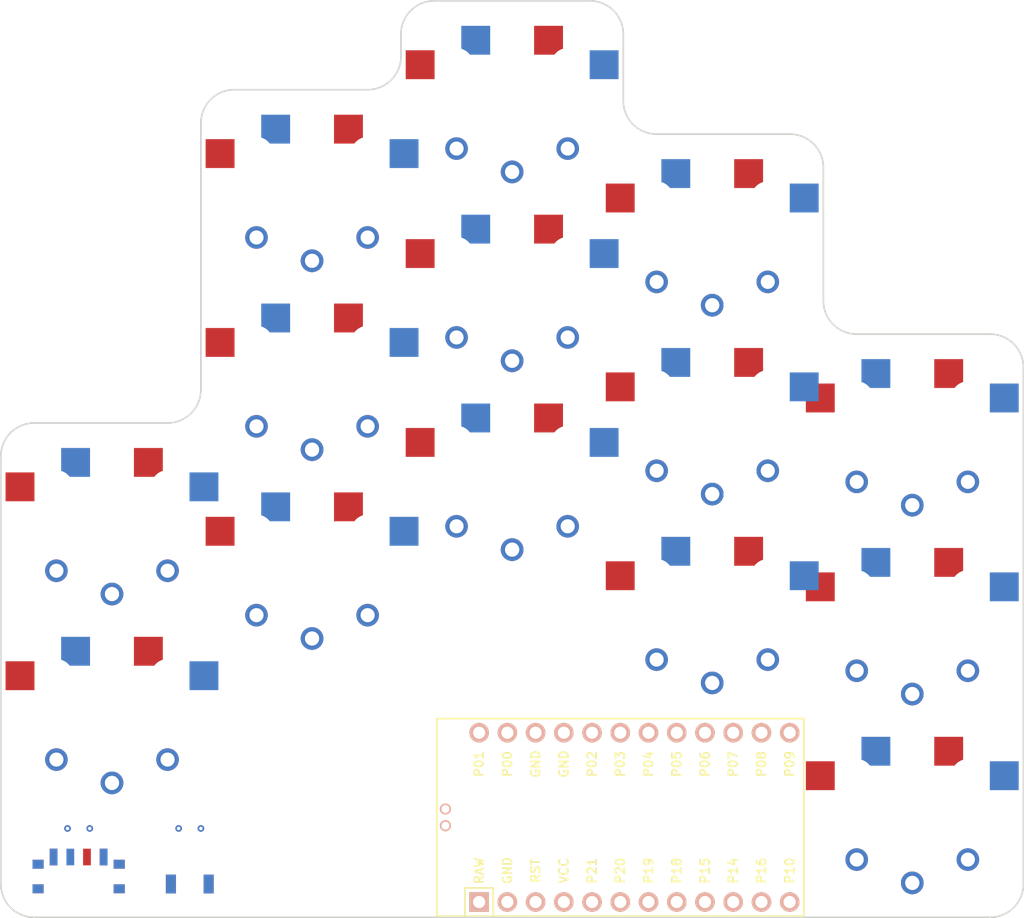
<source format=kicad_pcb>

            
(kicad_pcb (version 20171130) (host pcbnew 5.1.6)

  (page A3)
  (title_block
    (title flipper)
    (rev v1.0.0)
    (company Unknown)
  )

  (general
    (thickness 1.6)
  )

  (layers
    (0 F.Cu signal)
    (31 B.Cu signal)
    (32 B.Adhes user)
    (33 F.Adhes user)
    (34 B.Paste user)
    (35 F.Paste user)
    (36 B.SilkS user)
    (37 F.SilkS user)
    (38 B.Mask user)
    (39 F.Mask user)
    (40 Dwgs.User user)
    (41 Cmts.User user)
    (42 Eco1.User user)
    (43 Eco2.User user)
    (44 Edge.Cuts user)
    (45 Margin user)
    (46 B.CrtYd user)
    (47 F.CrtYd user)
    (48 B.Fab user)
    (49 F.Fab user)
  )

  (setup
    (last_trace_width 0.25)
    (trace_clearance 0.2)
    (zone_clearance 0.508)
    (zone_45_only no)
    (trace_min 0.2)
    (via_size 0.8)
    (via_drill 0.4)
    (via_min_size 0.4)
    (via_min_drill 0.3)
    (uvia_size 0.3)
    (uvia_drill 0.1)
    (uvias_allowed no)
    (uvia_min_size 0.2)
    (uvia_min_drill 0.1)
    (edge_width 0.05)
    (segment_width 0.2)
    (pcb_text_width 0.3)
    (pcb_text_size 1.5 1.5)
    (mod_edge_width 0.12)
    (mod_text_size 1 1)
    (mod_text_width 0.15)
    (pad_size 1.524 1.524)
    (pad_drill 0.762)
    (pad_to_mask_clearance 0.05)
    (aux_axis_origin 0 0)
    (visible_elements FFFFFF7F)
    (pcbplotparams
      (layerselection 0x010fc_ffffffff)
      (usegerberextensions false)
      (usegerberattributes true)
      (usegerberadvancedattributes true)
      (creategerberjobfile true)
      (excludeedgelayer true)
      (linewidth 0.100000)
      (plotframeref false)
      (viasonmask false)
      (mode 1)
      (useauxorigin false)
      (hpglpennumber 1)
      (hpglpenspeed 20)
      (hpglpendiameter 15.000000)
      (psnegative false)
      (psa4output false)
      (plotreference true)
      (plotvalue true)
      (plotinvisibletext false)
      (padsonsilk false)
      (subtractmaskfromsilk false)
      (outputformat 1)
      (mirror false)
      (drillshape 1)
      (scaleselection 1)
      (outputdirectory ""))
  )

            (net 0 "")
(net 1 "P21")
(net 2 "GND")
(net 3 "P20")
(net 4 "P19")
(net 5 "P18")
(net 6 "P15")
(net 7 "P14")
(net 8 "P16")
(net 9 "P10")
(net 10 "P4")
(net 11 "P5")
(net 12 "P6")
(net 13 "P9")
(net 14 "P7")
(net 15 "P8")
(net 16 "RAW")
(net 17 "RST")
(net 18 "VCC")
(net 19 "P1")
(net 20 "P0")
(net 21 "P2")
(net 22 "P3")
(net 23 "pos")
            
  (net_class Default "This is the default net class."
    (clearance 0.2)
    (trace_width 0.25)
    (via_dia 0.8)
    (via_drill 0.4)
    (uvia_dia 0.3)
    (uvia_drill 0.1)
    (add_net "")
(add_net "P21")
(add_net "GND")
(add_net "P20")
(add_net "P19")
(add_net "P18")
(add_net "P15")
(add_net "P14")
(add_net "P16")
(add_net "P10")
(add_net "P4")
(add_net "P5")
(add_net "P6")
(add_net "P9")
(add_net "P7")
(add_net "P8")
(add_net "RAW")
(add_net "RST")
(add_net "VCC")
(add_net "P1")
(add_net "P0")
(add_net "P2")
(add_net "P3")
(add_net "pos")
  )

            
        
      (module PG1350 (layer F.Cu) (tedit 5DD50112)
      (at 18 0 0)

      
      (fp_text reference "S1" (at 0 0) (layer F.SilkS) hide (effects (font (size 1.27 1.27) (thickness 0.15))))
      (fp_text value "" (at 0 0) (layer F.SilkS) hide (effects (font (size 1.27 1.27) (thickness 0.15))))

      
      (fp_line (start -7 -6) (end -7 -7) (layer Dwgs.User) (width 0.15))
      (fp_line (start -7 7) (end -6 7) (layer Dwgs.User) (width 0.15))
      (fp_line (start -6 -7) (end -7 -7) (layer Dwgs.User) (width 0.15))
      (fp_line (start -7 7) (end -7 6) (layer Dwgs.User) (width 0.15))
      (fp_line (start 7 6) (end 7 7) (layer Dwgs.User) (width 0.15))
      (fp_line (start 7 -7) (end 6 -7) (layer Dwgs.User) (width 0.15))
      (fp_line (start 6 7) (end 7 7) (layer Dwgs.User) (width 0.15))
      (fp_line (start 7 -7) (end 7 -6) (layer Dwgs.User) (width 0.15))      
      
      
      (pad "" np_thru_hole circle (at 0 0) (size 3.429 3.429) (drill 3.429) (layers *.Cu *.Mask))
        
      
      (pad "" np_thru_hole circle (at 5.5 0) (size 1.7018 1.7018) (drill 1.7018) (layers *.Cu *.Mask))
      (pad "" np_thru_hole circle (at -5.5 0) (size 1.7018 1.7018) (drill 1.7018) (layers *.Cu *.Mask))
      
        
      
      (fp_line (start -9 -8.5) (end 9 -8.5) (layer Dwgs.User) (width 0.15))
      (fp_line (start 9 -8.5) (end 9 8.5) (layer Dwgs.User) (width 0.15))
      (fp_line (start 9 8.5) (end -9 8.5) (layer Dwgs.User) (width 0.15))
      (fp_line (start -9 8.5) (end -9 -8.5) (layer Dwgs.User) (width 0.15))
      
        
          
          (pad "" np_thru_hole circle (at 5 -3.75) (size 3 3) (drill 3) (layers *.Cu *.Mask))
          (pad "" np_thru_hole circle (at 0 -5.95) (size 3 3) (drill 3) (layers *.Cu *.Mask))
      
          
          (pad 1 smd rect (at -3.275 -5.95 0) (size 2.6 2.6) (layers B.Cu B.Paste B.Mask)  (net 1 "P21"))
          (pad 2 smd rect (at 8.275 -3.75 0) (size 2.6 2.6) (layers B.Cu B.Paste B.Mask)  (net 2 "GND"))
        
        
          
          (pad "" np_thru_hole circle (at -5 -3.75) (size 3 3) (drill 3) (layers *.Cu *.Mask))
          (pad "" np_thru_hole circle (at 0 -5.95) (size 3 3) (drill 3) (layers *.Cu *.Mask))
      
          
          (pad 1 smd rect (at 3.275 -5.95 0) (size 2.6 2.6) (layers F.Cu F.Paste F.Mask)  (net 1 "P21"))
          (pad 2 smd rect (at -8.275 -3.75 0) (size 2.6 2.6) (layers F.Cu F.Paste F.Mask)  (net 2 "GND"))
        )
        

        
      (module PG1350 (layer F.Cu) (tedit 5DD50112)
      (at 18 0 180)

      
      (fp_text reference "S2" (at 0 0) (layer F.SilkS) hide (effects (font (size 1.27 1.27) (thickness 0.15))))
      (fp_text value "" (at 0 0) (layer F.SilkS) hide (effects (font (size 1.27 1.27) (thickness 0.15))))

      
      (fp_line (start -7 -6) (end -7 -7) (layer Dwgs.User) (width 0.15))
      (fp_line (start -7 7) (end -6 7) (layer Dwgs.User) (width 0.15))
      (fp_line (start -6 -7) (end -7 -7) (layer Dwgs.User) (width 0.15))
      (fp_line (start -7 7) (end -7 6) (layer Dwgs.User) (width 0.15))
      (fp_line (start 7 6) (end 7 7) (layer Dwgs.User) (width 0.15))
      (fp_line (start 7 -7) (end 6 -7) (layer Dwgs.User) (width 0.15))
      (fp_line (start 6 7) (end 7 7) (layer Dwgs.User) (width 0.15))
      (fp_line (start 7 -7) (end 7 -6) (layer Dwgs.User) (width 0.15))      
      
      
      (pad "" np_thru_hole circle (at 0 0) (size 3.429 3.429) (drill 3.429) (layers *.Cu *.Mask))
        
      
      (pad "" np_thru_hole circle (at 5.5 0) (size 1.7018 1.7018) (drill 1.7018) (layers *.Cu *.Mask))
      (pad "" np_thru_hole circle (at -5.5 0) (size 1.7018 1.7018) (drill 1.7018) (layers *.Cu *.Mask))
      
        
      
      (fp_line (start -9 -8.5) (end 9 -8.5) (layer Dwgs.User) (width 0.15))
      (fp_line (start 9 -8.5) (end 9 8.5) (layer Dwgs.User) (width 0.15))
      (fp_line (start 9 8.5) (end -9 8.5) (layer Dwgs.User) (width 0.15))
      (fp_line (start -9 8.5) (end -9 -8.5) (layer Dwgs.User) (width 0.15))
      
        
            
            (pad 1 thru_hole circle (at 5 -3.8) (size 2.032 2.032) (drill 1.27) (layers *.Cu *.Mask) (net 1 "P21"))
            (pad 2 thru_hole circle (at 0 -5.9) (size 2.032 2.032) (drill 1.27) (layers *.Cu *.Mask) (net 2 "GND"))
          
        
            
            (pad 1 thru_hole circle (at -5 -3.8) (size 2.032 2.032) (drill 1.27) (layers *.Cu *.Mask) (net 1 "P21"))
            (pad 2 thru_hole circle (at -0 -5.9) (size 2.032 2.032) (drill 1.27) (layers *.Cu *.Mask) (net 2 "GND"))
          )
        

        
      (module PG1350 (layer F.Cu) (tedit 5DD50112)
      (at 18 -17 0)

      
      (fp_text reference "S3" (at 0 0) (layer F.SilkS) hide (effects (font (size 1.27 1.27) (thickness 0.15))))
      (fp_text value "" (at 0 0) (layer F.SilkS) hide (effects (font (size 1.27 1.27) (thickness 0.15))))

      
      (fp_line (start -7 -6) (end -7 -7) (layer Dwgs.User) (width 0.15))
      (fp_line (start -7 7) (end -6 7) (layer Dwgs.User) (width 0.15))
      (fp_line (start -6 -7) (end -7 -7) (layer Dwgs.User) (width 0.15))
      (fp_line (start -7 7) (end -7 6) (layer Dwgs.User) (width 0.15))
      (fp_line (start 7 6) (end 7 7) (layer Dwgs.User) (width 0.15))
      (fp_line (start 7 -7) (end 6 -7) (layer Dwgs.User) (width 0.15))
      (fp_line (start 6 7) (end 7 7) (layer Dwgs.User) (width 0.15))
      (fp_line (start 7 -7) (end 7 -6) (layer Dwgs.User) (width 0.15))      
      
      
      (pad "" np_thru_hole circle (at 0 0) (size 3.429 3.429) (drill 3.429) (layers *.Cu *.Mask))
        
      
      (pad "" np_thru_hole circle (at 5.5 0) (size 1.7018 1.7018) (drill 1.7018) (layers *.Cu *.Mask))
      (pad "" np_thru_hole circle (at -5.5 0) (size 1.7018 1.7018) (drill 1.7018) (layers *.Cu *.Mask))
      
        
      
      (fp_line (start -9 -8.5) (end 9 -8.5) (layer Dwgs.User) (width 0.15))
      (fp_line (start 9 -8.5) (end 9 8.5) (layer Dwgs.User) (width 0.15))
      (fp_line (start 9 8.5) (end -9 8.5) (layer Dwgs.User) (width 0.15))
      (fp_line (start -9 8.5) (end -9 -8.5) (layer Dwgs.User) (width 0.15))
      
        
          
          (pad "" np_thru_hole circle (at 5 -3.75) (size 3 3) (drill 3) (layers *.Cu *.Mask))
          (pad "" np_thru_hole circle (at 0 -5.95) (size 3 3) (drill 3) (layers *.Cu *.Mask))
      
          
          (pad 1 smd rect (at -3.275 -5.95 0) (size 2.6 2.6) (layers B.Cu B.Paste B.Mask)  (net 3 "P20"))
          (pad 2 smd rect (at 8.275 -3.75 0) (size 2.6 2.6) (layers B.Cu B.Paste B.Mask)  (net 2 "GND"))
        
        
          
          (pad "" np_thru_hole circle (at -5 -3.75) (size 3 3) (drill 3) (layers *.Cu *.Mask))
          (pad "" np_thru_hole circle (at 0 -5.95) (size 3 3) (drill 3) (layers *.Cu *.Mask))
      
          
          (pad 1 smd rect (at 3.275 -5.95 0) (size 2.6 2.6) (layers F.Cu F.Paste F.Mask)  (net 3 "P20"))
          (pad 2 smd rect (at -8.275 -3.75 0) (size 2.6 2.6) (layers F.Cu F.Paste F.Mask)  (net 2 "GND"))
        )
        

        
      (module PG1350 (layer F.Cu) (tedit 5DD50112)
      (at 18 -17 180)

      
      (fp_text reference "S4" (at 0 0) (layer F.SilkS) hide (effects (font (size 1.27 1.27) (thickness 0.15))))
      (fp_text value "" (at 0 0) (layer F.SilkS) hide (effects (font (size 1.27 1.27) (thickness 0.15))))

      
      (fp_line (start -7 -6) (end -7 -7) (layer Dwgs.User) (width 0.15))
      (fp_line (start -7 7) (end -6 7) (layer Dwgs.User) (width 0.15))
      (fp_line (start -6 -7) (end -7 -7) (layer Dwgs.User) (width 0.15))
      (fp_line (start -7 7) (end -7 6) (layer Dwgs.User) (width 0.15))
      (fp_line (start 7 6) (end 7 7) (layer Dwgs.User) (width 0.15))
      (fp_line (start 7 -7) (end 6 -7) (layer Dwgs.User) (width 0.15))
      (fp_line (start 6 7) (end 7 7) (layer Dwgs.User) (width 0.15))
      (fp_line (start 7 -7) (end 7 -6) (layer Dwgs.User) (width 0.15))      
      
      
      (pad "" np_thru_hole circle (at 0 0) (size 3.429 3.429) (drill 3.429) (layers *.Cu *.Mask))
        
      
      (pad "" np_thru_hole circle (at 5.5 0) (size 1.7018 1.7018) (drill 1.7018) (layers *.Cu *.Mask))
      (pad "" np_thru_hole circle (at -5.5 0) (size 1.7018 1.7018) (drill 1.7018) (layers *.Cu *.Mask))
      
        
      
      (fp_line (start -9 -8.5) (end 9 -8.5) (layer Dwgs.User) (width 0.15))
      (fp_line (start 9 -8.5) (end 9 8.5) (layer Dwgs.User) (width 0.15))
      (fp_line (start 9 8.5) (end -9 8.5) (layer Dwgs.User) (width 0.15))
      (fp_line (start -9 8.5) (end -9 -8.5) (layer Dwgs.User) (width 0.15))
      
        
            
            (pad 1 thru_hole circle (at 5 -3.8) (size 2.032 2.032) (drill 1.27) (layers *.Cu *.Mask) (net 3 "P20"))
            (pad 2 thru_hole circle (at 0 -5.9) (size 2.032 2.032) (drill 1.27) (layers *.Cu *.Mask) (net 2 "GND"))
          
        
            
            (pad 1 thru_hole circle (at -5 -3.8) (size 2.032 2.032) (drill 1.27) (layers *.Cu *.Mask) (net 3 "P20"))
            (pad 2 thru_hole circle (at -0 -5.9) (size 2.032 2.032) (drill 1.27) (layers *.Cu *.Mask) (net 2 "GND"))
          )
        

        
      (module PG1350 (layer F.Cu) (tedit 5DD50112)
      (at 36 -13 0)

      
      (fp_text reference "S5" (at 0 0) (layer F.SilkS) hide (effects (font (size 1.27 1.27) (thickness 0.15))))
      (fp_text value "" (at 0 0) (layer F.SilkS) hide (effects (font (size 1.27 1.27) (thickness 0.15))))

      
      (fp_line (start -7 -6) (end -7 -7) (layer Dwgs.User) (width 0.15))
      (fp_line (start -7 7) (end -6 7) (layer Dwgs.User) (width 0.15))
      (fp_line (start -6 -7) (end -7 -7) (layer Dwgs.User) (width 0.15))
      (fp_line (start -7 7) (end -7 6) (layer Dwgs.User) (width 0.15))
      (fp_line (start 7 6) (end 7 7) (layer Dwgs.User) (width 0.15))
      (fp_line (start 7 -7) (end 6 -7) (layer Dwgs.User) (width 0.15))
      (fp_line (start 6 7) (end 7 7) (layer Dwgs.User) (width 0.15))
      (fp_line (start 7 -7) (end 7 -6) (layer Dwgs.User) (width 0.15))      
      
      
      (pad "" np_thru_hole circle (at 0 0) (size 3.429 3.429) (drill 3.429) (layers *.Cu *.Mask))
        
      
      (pad "" np_thru_hole circle (at 5.5 0) (size 1.7018 1.7018) (drill 1.7018) (layers *.Cu *.Mask))
      (pad "" np_thru_hole circle (at -5.5 0) (size 1.7018 1.7018) (drill 1.7018) (layers *.Cu *.Mask))
      
        
      
      (fp_line (start -9 -8.5) (end 9 -8.5) (layer Dwgs.User) (width 0.15))
      (fp_line (start 9 -8.5) (end 9 8.5) (layer Dwgs.User) (width 0.15))
      (fp_line (start 9 8.5) (end -9 8.5) (layer Dwgs.User) (width 0.15))
      (fp_line (start -9 8.5) (end -9 -8.5) (layer Dwgs.User) (width 0.15))
      
        
          
          (pad "" np_thru_hole circle (at 5 -3.75) (size 3 3) (drill 3) (layers *.Cu *.Mask))
          (pad "" np_thru_hole circle (at 0 -5.95) (size 3 3) (drill 3) (layers *.Cu *.Mask))
      
          
          (pad 1 smd rect (at -3.275 -5.95 0) (size 2.6 2.6) (layers B.Cu B.Paste B.Mask)  (net 4 "P19"))
          (pad 2 smd rect (at 8.275 -3.75 0) (size 2.6 2.6) (layers B.Cu B.Paste B.Mask)  (net 2 "GND"))
        
        
          
          (pad "" np_thru_hole circle (at -5 -3.75) (size 3 3) (drill 3) (layers *.Cu *.Mask))
          (pad "" np_thru_hole circle (at 0 -5.95) (size 3 3) (drill 3) (layers *.Cu *.Mask))
      
          
          (pad 1 smd rect (at 3.275 -5.95 0) (size 2.6 2.6) (layers F.Cu F.Paste F.Mask)  (net 4 "P19"))
          (pad 2 smd rect (at -8.275 -3.75 0) (size 2.6 2.6) (layers F.Cu F.Paste F.Mask)  (net 2 "GND"))
        )
        

        
      (module PG1350 (layer F.Cu) (tedit 5DD50112)
      (at 36 -13 180)

      
      (fp_text reference "S6" (at 0 0) (layer F.SilkS) hide (effects (font (size 1.27 1.27) (thickness 0.15))))
      (fp_text value "" (at 0 0) (layer F.SilkS) hide (effects (font (size 1.27 1.27) (thickness 0.15))))

      
      (fp_line (start -7 -6) (end -7 -7) (layer Dwgs.User) (width 0.15))
      (fp_line (start -7 7) (end -6 7) (layer Dwgs.User) (width 0.15))
      (fp_line (start -6 -7) (end -7 -7) (layer Dwgs.User) (width 0.15))
      (fp_line (start -7 7) (end -7 6) (layer Dwgs.User) (width 0.15))
      (fp_line (start 7 6) (end 7 7) (layer Dwgs.User) (width 0.15))
      (fp_line (start 7 -7) (end 6 -7) (layer Dwgs.User) (width 0.15))
      (fp_line (start 6 7) (end 7 7) (layer Dwgs.User) (width 0.15))
      (fp_line (start 7 -7) (end 7 -6) (layer Dwgs.User) (width 0.15))      
      
      
      (pad "" np_thru_hole circle (at 0 0) (size 3.429 3.429) (drill 3.429) (layers *.Cu *.Mask))
        
      
      (pad "" np_thru_hole circle (at 5.5 0) (size 1.7018 1.7018) (drill 1.7018) (layers *.Cu *.Mask))
      (pad "" np_thru_hole circle (at -5.5 0) (size 1.7018 1.7018) (drill 1.7018) (layers *.Cu *.Mask))
      
        
      
      (fp_line (start -9 -8.5) (end 9 -8.5) (layer Dwgs.User) (width 0.15))
      (fp_line (start 9 -8.5) (end 9 8.5) (layer Dwgs.User) (width 0.15))
      (fp_line (start 9 8.5) (end -9 8.5) (layer Dwgs.User) (width 0.15))
      (fp_line (start -9 8.5) (end -9 -8.5) (layer Dwgs.User) (width 0.15))
      
        
            
            (pad 1 thru_hole circle (at 5 -3.8) (size 2.032 2.032) (drill 1.27) (layers *.Cu *.Mask) (net 4 "P19"))
            (pad 2 thru_hole circle (at 0 -5.9) (size 2.032 2.032) (drill 1.27) (layers *.Cu *.Mask) (net 2 "GND"))
          
        
            
            (pad 1 thru_hole circle (at -5 -3.8) (size 2.032 2.032) (drill 1.27) (layers *.Cu *.Mask) (net 4 "P19"))
            (pad 2 thru_hole circle (at -0 -5.9) (size 2.032 2.032) (drill 1.27) (layers *.Cu *.Mask) (net 2 "GND"))
          )
        

        
      (module PG1350 (layer F.Cu) (tedit 5DD50112)
      (at 36 -30 0)

      
      (fp_text reference "S7" (at 0 0) (layer F.SilkS) hide (effects (font (size 1.27 1.27) (thickness 0.15))))
      (fp_text value "" (at 0 0) (layer F.SilkS) hide (effects (font (size 1.27 1.27) (thickness 0.15))))

      
      (fp_line (start -7 -6) (end -7 -7) (layer Dwgs.User) (width 0.15))
      (fp_line (start -7 7) (end -6 7) (layer Dwgs.User) (width 0.15))
      (fp_line (start -6 -7) (end -7 -7) (layer Dwgs.User) (width 0.15))
      (fp_line (start -7 7) (end -7 6) (layer Dwgs.User) (width 0.15))
      (fp_line (start 7 6) (end 7 7) (layer Dwgs.User) (width 0.15))
      (fp_line (start 7 -7) (end 6 -7) (layer Dwgs.User) (width 0.15))
      (fp_line (start 6 7) (end 7 7) (layer Dwgs.User) (width 0.15))
      (fp_line (start 7 -7) (end 7 -6) (layer Dwgs.User) (width 0.15))      
      
      
      (pad "" np_thru_hole circle (at 0 0) (size 3.429 3.429) (drill 3.429) (layers *.Cu *.Mask))
        
      
      (pad "" np_thru_hole circle (at 5.5 0) (size 1.7018 1.7018) (drill 1.7018) (layers *.Cu *.Mask))
      (pad "" np_thru_hole circle (at -5.5 0) (size 1.7018 1.7018) (drill 1.7018) (layers *.Cu *.Mask))
      
        
      
      (fp_line (start -9 -8.5) (end 9 -8.5) (layer Dwgs.User) (width 0.15))
      (fp_line (start 9 -8.5) (end 9 8.5) (layer Dwgs.User) (width 0.15))
      (fp_line (start 9 8.5) (end -9 8.5) (layer Dwgs.User) (width 0.15))
      (fp_line (start -9 8.5) (end -9 -8.5) (layer Dwgs.User) (width 0.15))
      
        
          
          (pad "" np_thru_hole circle (at 5 -3.75) (size 3 3) (drill 3) (layers *.Cu *.Mask))
          (pad "" np_thru_hole circle (at 0 -5.95) (size 3 3) (drill 3) (layers *.Cu *.Mask))
      
          
          (pad 1 smd rect (at -3.275 -5.95 0) (size 2.6 2.6) (layers B.Cu B.Paste B.Mask)  (net 5 "P18"))
          (pad 2 smd rect (at 8.275 -3.75 0) (size 2.6 2.6) (layers B.Cu B.Paste B.Mask)  (net 2 "GND"))
        
        
          
          (pad "" np_thru_hole circle (at -5 -3.75) (size 3 3) (drill 3) (layers *.Cu *.Mask))
          (pad "" np_thru_hole circle (at 0 -5.95) (size 3 3) (drill 3) (layers *.Cu *.Mask))
      
          
          (pad 1 smd rect (at 3.275 -5.95 0) (size 2.6 2.6) (layers F.Cu F.Paste F.Mask)  (net 5 "P18"))
          (pad 2 smd rect (at -8.275 -3.75 0) (size 2.6 2.6) (layers F.Cu F.Paste F.Mask)  (net 2 "GND"))
        )
        

        
      (module PG1350 (layer F.Cu) (tedit 5DD50112)
      (at 36 -30 180)

      
      (fp_text reference "S8" (at 0 0) (layer F.SilkS) hide (effects (font (size 1.27 1.27) (thickness 0.15))))
      (fp_text value "" (at 0 0) (layer F.SilkS) hide (effects (font (size 1.27 1.27) (thickness 0.15))))

      
      (fp_line (start -7 -6) (end -7 -7) (layer Dwgs.User) (width 0.15))
      (fp_line (start -7 7) (end -6 7) (layer Dwgs.User) (width 0.15))
      (fp_line (start -6 -7) (end -7 -7) (layer Dwgs.User) (width 0.15))
      (fp_line (start -7 7) (end -7 6) (layer Dwgs.User) (width 0.15))
      (fp_line (start 7 6) (end 7 7) (layer Dwgs.User) (width 0.15))
      (fp_line (start 7 -7) (end 6 -7) (layer Dwgs.User) (width 0.15))
      (fp_line (start 6 7) (end 7 7) (layer Dwgs.User) (width 0.15))
      (fp_line (start 7 -7) (end 7 -6) (layer Dwgs.User) (width 0.15))      
      
      
      (pad "" np_thru_hole circle (at 0 0) (size 3.429 3.429) (drill 3.429) (layers *.Cu *.Mask))
        
      
      (pad "" np_thru_hole circle (at 5.5 0) (size 1.7018 1.7018) (drill 1.7018) (layers *.Cu *.Mask))
      (pad "" np_thru_hole circle (at -5.5 0) (size 1.7018 1.7018) (drill 1.7018) (layers *.Cu *.Mask))
      
        
      
      (fp_line (start -9 -8.5) (end 9 -8.5) (layer Dwgs.User) (width 0.15))
      (fp_line (start 9 -8.5) (end 9 8.5) (layer Dwgs.User) (width 0.15))
      (fp_line (start 9 8.5) (end -9 8.5) (layer Dwgs.User) (width 0.15))
      (fp_line (start -9 8.5) (end -9 -8.5) (layer Dwgs.User) (width 0.15))
      
        
            
            (pad 1 thru_hole circle (at 5 -3.8) (size 2.032 2.032) (drill 1.27) (layers *.Cu *.Mask) (net 5 "P18"))
            (pad 2 thru_hole circle (at 0 -5.9) (size 2.032 2.032) (drill 1.27) (layers *.Cu *.Mask) (net 2 "GND"))
          
        
            
            (pad 1 thru_hole circle (at -5 -3.8) (size 2.032 2.032) (drill 1.27) (layers *.Cu *.Mask) (net 5 "P18"))
            (pad 2 thru_hole circle (at -0 -5.9) (size 2.032 2.032) (drill 1.27) (layers *.Cu *.Mask) (net 2 "GND"))
          )
        

        
      (module PG1350 (layer F.Cu) (tedit 5DD50112)
      (at 36 -47 0)

      
      (fp_text reference "S9" (at 0 0) (layer F.SilkS) hide (effects (font (size 1.27 1.27) (thickness 0.15))))
      (fp_text value "" (at 0 0) (layer F.SilkS) hide (effects (font (size 1.27 1.27) (thickness 0.15))))

      
      (fp_line (start -7 -6) (end -7 -7) (layer Dwgs.User) (width 0.15))
      (fp_line (start -7 7) (end -6 7) (layer Dwgs.User) (width 0.15))
      (fp_line (start -6 -7) (end -7 -7) (layer Dwgs.User) (width 0.15))
      (fp_line (start -7 7) (end -7 6) (layer Dwgs.User) (width 0.15))
      (fp_line (start 7 6) (end 7 7) (layer Dwgs.User) (width 0.15))
      (fp_line (start 7 -7) (end 6 -7) (layer Dwgs.User) (width 0.15))
      (fp_line (start 6 7) (end 7 7) (layer Dwgs.User) (width 0.15))
      (fp_line (start 7 -7) (end 7 -6) (layer Dwgs.User) (width 0.15))      
      
      
      (pad "" np_thru_hole circle (at 0 0) (size 3.429 3.429) (drill 3.429) (layers *.Cu *.Mask))
        
      
      (pad "" np_thru_hole circle (at 5.5 0) (size 1.7018 1.7018) (drill 1.7018) (layers *.Cu *.Mask))
      (pad "" np_thru_hole circle (at -5.5 0) (size 1.7018 1.7018) (drill 1.7018) (layers *.Cu *.Mask))
      
        
      
      (fp_line (start -9 -8.5) (end 9 -8.5) (layer Dwgs.User) (width 0.15))
      (fp_line (start 9 -8.5) (end 9 8.5) (layer Dwgs.User) (width 0.15))
      (fp_line (start 9 8.5) (end -9 8.5) (layer Dwgs.User) (width 0.15))
      (fp_line (start -9 8.5) (end -9 -8.5) (layer Dwgs.User) (width 0.15))
      
        
          
          (pad "" np_thru_hole circle (at 5 -3.75) (size 3 3) (drill 3) (layers *.Cu *.Mask))
          (pad "" np_thru_hole circle (at 0 -5.95) (size 3 3) (drill 3) (layers *.Cu *.Mask))
      
          
          (pad 1 smd rect (at -3.275 -5.95 0) (size 2.6 2.6) (layers B.Cu B.Paste B.Mask)  (net 6 "P15"))
          (pad 2 smd rect (at 8.275 -3.75 0) (size 2.6 2.6) (layers B.Cu B.Paste B.Mask)  (net 2 "GND"))
        
        
          
          (pad "" np_thru_hole circle (at -5 -3.75) (size 3 3) (drill 3) (layers *.Cu *.Mask))
          (pad "" np_thru_hole circle (at 0 -5.95) (size 3 3) (drill 3) (layers *.Cu *.Mask))
      
          
          (pad 1 smd rect (at 3.275 -5.95 0) (size 2.6 2.6) (layers F.Cu F.Paste F.Mask)  (net 6 "P15"))
          (pad 2 smd rect (at -8.275 -3.75 0) (size 2.6 2.6) (layers F.Cu F.Paste F.Mask)  (net 2 "GND"))
        )
        

        
      (module PG1350 (layer F.Cu) (tedit 5DD50112)
      (at 36 -47 180)

      
      (fp_text reference "S10" (at 0 0) (layer F.SilkS) hide (effects (font (size 1.27 1.27) (thickness 0.15))))
      (fp_text value "" (at 0 0) (layer F.SilkS) hide (effects (font (size 1.27 1.27) (thickness 0.15))))

      
      (fp_line (start -7 -6) (end -7 -7) (layer Dwgs.User) (width 0.15))
      (fp_line (start -7 7) (end -6 7) (layer Dwgs.User) (width 0.15))
      (fp_line (start -6 -7) (end -7 -7) (layer Dwgs.User) (width 0.15))
      (fp_line (start -7 7) (end -7 6) (layer Dwgs.User) (width 0.15))
      (fp_line (start 7 6) (end 7 7) (layer Dwgs.User) (width 0.15))
      (fp_line (start 7 -7) (end 6 -7) (layer Dwgs.User) (width 0.15))
      (fp_line (start 6 7) (end 7 7) (layer Dwgs.User) (width 0.15))
      (fp_line (start 7 -7) (end 7 -6) (layer Dwgs.User) (width 0.15))      
      
      
      (pad "" np_thru_hole circle (at 0 0) (size 3.429 3.429) (drill 3.429) (layers *.Cu *.Mask))
        
      
      (pad "" np_thru_hole circle (at 5.5 0) (size 1.7018 1.7018) (drill 1.7018) (layers *.Cu *.Mask))
      (pad "" np_thru_hole circle (at -5.5 0) (size 1.7018 1.7018) (drill 1.7018) (layers *.Cu *.Mask))
      
        
      
      (fp_line (start -9 -8.5) (end 9 -8.5) (layer Dwgs.User) (width 0.15))
      (fp_line (start 9 -8.5) (end 9 8.5) (layer Dwgs.User) (width 0.15))
      (fp_line (start 9 8.5) (end -9 8.5) (layer Dwgs.User) (width 0.15))
      (fp_line (start -9 8.5) (end -9 -8.5) (layer Dwgs.User) (width 0.15))
      
        
            
            (pad 1 thru_hole circle (at 5 -3.8) (size 2.032 2.032) (drill 1.27) (layers *.Cu *.Mask) (net 6 "P15"))
            (pad 2 thru_hole circle (at 0 -5.9) (size 2.032 2.032) (drill 1.27) (layers *.Cu *.Mask) (net 2 "GND"))
          
        
            
            (pad 1 thru_hole circle (at -5 -3.8) (size 2.032 2.032) (drill 1.27) (layers *.Cu *.Mask) (net 6 "P15"))
            (pad 2 thru_hole circle (at -0 -5.9) (size 2.032 2.032) (drill 1.27) (layers *.Cu *.Mask) (net 2 "GND"))
          )
        

        
      (module PG1350 (layer F.Cu) (tedit 5DD50112)
      (at 54 -21 0)

      
      (fp_text reference "S11" (at 0 0) (layer F.SilkS) hide (effects (font (size 1.27 1.27) (thickness 0.15))))
      (fp_text value "" (at 0 0) (layer F.SilkS) hide (effects (font (size 1.27 1.27) (thickness 0.15))))

      
      (fp_line (start -7 -6) (end -7 -7) (layer Dwgs.User) (width 0.15))
      (fp_line (start -7 7) (end -6 7) (layer Dwgs.User) (width 0.15))
      (fp_line (start -6 -7) (end -7 -7) (layer Dwgs.User) (width 0.15))
      (fp_line (start -7 7) (end -7 6) (layer Dwgs.User) (width 0.15))
      (fp_line (start 7 6) (end 7 7) (layer Dwgs.User) (width 0.15))
      (fp_line (start 7 -7) (end 6 -7) (layer Dwgs.User) (width 0.15))
      (fp_line (start 6 7) (end 7 7) (layer Dwgs.User) (width 0.15))
      (fp_line (start 7 -7) (end 7 -6) (layer Dwgs.User) (width 0.15))      
      
      
      (pad "" np_thru_hole circle (at 0 0) (size 3.429 3.429) (drill 3.429) (layers *.Cu *.Mask))
        
      
      (pad "" np_thru_hole circle (at 5.5 0) (size 1.7018 1.7018) (drill 1.7018) (layers *.Cu *.Mask))
      (pad "" np_thru_hole circle (at -5.5 0) (size 1.7018 1.7018) (drill 1.7018) (layers *.Cu *.Mask))
      
        
      
      (fp_line (start -9 -8.5) (end 9 -8.5) (layer Dwgs.User) (width 0.15))
      (fp_line (start 9 -8.5) (end 9 8.5) (layer Dwgs.User) (width 0.15))
      (fp_line (start 9 8.5) (end -9 8.5) (layer Dwgs.User) (width 0.15))
      (fp_line (start -9 8.5) (end -9 -8.5) (layer Dwgs.User) (width 0.15))
      
        
          
          (pad "" np_thru_hole circle (at 5 -3.75) (size 3 3) (drill 3) (layers *.Cu *.Mask))
          (pad "" np_thru_hole circle (at 0 -5.95) (size 3 3) (drill 3) (layers *.Cu *.Mask))
      
          
          (pad 1 smd rect (at -3.275 -5.95 0) (size 2.6 2.6) (layers B.Cu B.Paste B.Mask)  (net 7 "P14"))
          (pad 2 smd rect (at 8.275 -3.75 0) (size 2.6 2.6) (layers B.Cu B.Paste B.Mask)  (net 2 "GND"))
        
        
          
          (pad "" np_thru_hole circle (at -5 -3.75) (size 3 3) (drill 3) (layers *.Cu *.Mask))
          (pad "" np_thru_hole circle (at 0 -5.95) (size 3 3) (drill 3) (layers *.Cu *.Mask))
      
          
          (pad 1 smd rect (at 3.275 -5.95 0) (size 2.6 2.6) (layers F.Cu F.Paste F.Mask)  (net 7 "P14"))
          (pad 2 smd rect (at -8.275 -3.75 0) (size 2.6 2.6) (layers F.Cu F.Paste F.Mask)  (net 2 "GND"))
        )
        

        
      (module PG1350 (layer F.Cu) (tedit 5DD50112)
      (at 54 -21 180)

      
      (fp_text reference "S12" (at 0 0) (layer F.SilkS) hide (effects (font (size 1.27 1.27) (thickness 0.15))))
      (fp_text value "" (at 0 0) (layer F.SilkS) hide (effects (font (size 1.27 1.27) (thickness 0.15))))

      
      (fp_line (start -7 -6) (end -7 -7) (layer Dwgs.User) (width 0.15))
      (fp_line (start -7 7) (end -6 7) (layer Dwgs.User) (width 0.15))
      (fp_line (start -6 -7) (end -7 -7) (layer Dwgs.User) (width 0.15))
      (fp_line (start -7 7) (end -7 6) (layer Dwgs.User) (width 0.15))
      (fp_line (start 7 6) (end 7 7) (layer Dwgs.User) (width 0.15))
      (fp_line (start 7 -7) (end 6 -7) (layer Dwgs.User) (width 0.15))
      (fp_line (start 6 7) (end 7 7) (layer Dwgs.User) (width 0.15))
      (fp_line (start 7 -7) (end 7 -6) (layer Dwgs.User) (width 0.15))      
      
      
      (pad "" np_thru_hole circle (at 0 0) (size 3.429 3.429) (drill 3.429) (layers *.Cu *.Mask))
        
      
      (pad "" np_thru_hole circle (at 5.5 0) (size 1.7018 1.7018) (drill 1.7018) (layers *.Cu *.Mask))
      (pad "" np_thru_hole circle (at -5.5 0) (size 1.7018 1.7018) (drill 1.7018) (layers *.Cu *.Mask))
      
        
      
      (fp_line (start -9 -8.5) (end 9 -8.5) (layer Dwgs.User) (width 0.15))
      (fp_line (start 9 -8.5) (end 9 8.5) (layer Dwgs.User) (width 0.15))
      (fp_line (start 9 8.5) (end -9 8.5) (layer Dwgs.User) (width 0.15))
      (fp_line (start -9 8.5) (end -9 -8.5) (layer Dwgs.User) (width 0.15))
      
        
            
            (pad 1 thru_hole circle (at 5 -3.8) (size 2.032 2.032) (drill 1.27) (layers *.Cu *.Mask) (net 7 "P14"))
            (pad 2 thru_hole circle (at 0 -5.9) (size 2.032 2.032) (drill 1.27) (layers *.Cu *.Mask) (net 2 "GND"))
          
        
            
            (pad 1 thru_hole circle (at -5 -3.8) (size 2.032 2.032) (drill 1.27) (layers *.Cu *.Mask) (net 7 "P14"))
            (pad 2 thru_hole circle (at -0 -5.9) (size 2.032 2.032) (drill 1.27) (layers *.Cu *.Mask) (net 2 "GND"))
          )
        

        
      (module PG1350 (layer F.Cu) (tedit 5DD50112)
      (at 54 -38 0)

      
      (fp_text reference "S13" (at 0 0) (layer F.SilkS) hide (effects (font (size 1.27 1.27) (thickness 0.15))))
      (fp_text value "" (at 0 0) (layer F.SilkS) hide (effects (font (size 1.27 1.27) (thickness 0.15))))

      
      (fp_line (start -7 -6) (end -7 -7) (layer Dwgs.User) (width 0.15))
      (fp_line (start -7 7) (end -6 7) (layer Dwgs.User) (width 0.15))
      (fp_line (start -6 -7) (end -7 -7) (layer Dwgs.User) (width 0.15))
      (fp_line (start -7 7) (end -7 6) (layer Dwgs.User) (width 0.15))
      (fp_line (start 7 6) (end 7 7) (layer Dwgs.User) (width 0.15))
      (fp_line (start 7 -7) (end 6 -7) (layer Dwgs.User) (width 0.15))
      (fp_line (start 6 7) (end 7 7) (layer Dwgs.User) (width 0.15))
      (fp_line (start 7 -7) (end 7 -6) (layer Dwgs.User) (width 0.15))      
      
      
      (pad "" np_thru_hole circle (at 0 0) (size 3.429 3.429) (drill 3.429) (layers *.Cu *.Mask))
        
      
      (pad "" np_thru_hole circle (at 5.5 0) (size 1.7018 1.7018) (drill 1.7018) (layers *.Cu *.Mask))
      (pad "" np_thru_hole circle (at -5.5 0) (size 1.7018 1.7018) (drill 1.7018) (layers *.Cu *.Mask))
      
        
      
      (fp_line (start -9 -8.5) (end 9 -8.5) (layer Dwgs.User) (width 0.15))
      (fp_line (start 9 -8.5) (end 9 8.5) (layer Dwgs.User) (width 0.15))
      (fp_line (start 9 8.5) (end -9 8.5) (layer Dwgs.User) (width 0.15))
      (fp_line (start -9 8.5) (end -9 -8.5) (layer Dwgs.User) (width 0.15))
      
        
          
          (pad "" np_thru_hole circle (at 5 -3.75) (size 3 3) (drill 3) (layers *.Cu *.Mask))
          (pad "" np_thru_hole circle (at 0 -5.95) (size 3 3) (drill 3) (layers *.Cu *.Mask))
      
          
          (pad 1 smd rect (at -3.275 -5.95 0) (size 2.6 2.6) (layers B.Cu B.Paste B.Mask)  (net 8 "P16"))
          (pad 2 smd rect (at 8.275 -3.75 0) (size 2.6 2.6) (layers B.Cu B.Paste B.Mask)  (net 2 "GND"))
        
        
          
          (pad "" np_thru_hole circle (at -5 -3.75) (size 3 3) (drill 3) (layers *.Cu *.Mask))
          (pad "" np_thru_hole circle (at 0 -5.95) (size 3 3) (drill 3) (layers *.Cu *.Mask))
      
          
          (pad 1 smd rect (at 3.275 -5.95 0) (size 2.6 2.6) (layers F.Cu F.Paste F.Mask)  (net 8 "P16"))
          (pad 2 smd rect (at -8.275 -3.75 0) (size 2.6 2.6) (layers F.Cu F.Paste F.Mask)  (net 2 "GND"))
        )
        

        
      (module PG1350 (layer F.Cu) (tedit 5DD50112)
      (at 54 -38 180)

      
      (fp_text reference "S14" (at 0 0) (layer F.SilkS) hide (effects (font (size 1.27 1.27) (thickness 0.15))))
      (fp_text value "" (at 0 0) (layer F.SilkS) hide (effects (font (size 1.27 1.27) (thickness 0.15))))

      
      (fp_line (start -7 -6) (end -7 -7) (layer Dwgs.User) (width 0.15))
      (fp_line (start -7 7) (end -6 7) (layer Dwgs.User) (width 0.15))
      (fp_line (start -6 -7) (end -7 -7) (layer Dwgs.User) (width 0.15))
      (fp_line (start -7 7) (end -7 6) (layer Dwgs.User) (width 0.15))
      (fp_line (start 7 6) (end 7 7) (layer Dwgs.User) (width 0.15))
      (fp_line (start 7 -7) (end 6 -7) (layer Dwgs.User) (width 0.15))
      (fp_line (start 6 7) (end 7 7) (layer Dwgs.User) (width 0.15))
      (fp_line (start 7 -7) (end 7 -6) (layer Dwgs.User) (width 0.15))      
      
      
      (pad "" np_thru_hole circle (at 0 0) (size 3.429 3.429) (drill 3.429) (layers *.Cu *.Mask))
        
      
      (pad "" np_thru_hole circle (at 5.5 0) (size 1.7018 1.7018) (drill 1.7018) (layers *.Cu *.Mask))
      (pad "" np_thru_hole circle (at -5.5 0) (size 1.7018 1.7018) (drill 1.7018) (layers *.Cu *.Mask))
      
        
      
      (fp_line (start -9 -8.5) (end 9 -8.5) (layer Dwgs.User) (width 0.15))
      (fp_line (start 9 -8.5) (end 9 8.5) (layer Dwgs.User) (width 0.15))
      (fp_line (start 9 8.5) (end -9 8.5) (layer Dwgs.User) (width 0.15))
      (fp_line (start -9 8.5) (end -9 -8.5) (layer Dwgs.User) (width 0.15))
      
        
            
            (pad 1 thru_hole circle (at 5 -3.8) (size 2.032 2.032) (drill 1.27) (layers *.Cu *.Mask) (net 8 "P16"))
            (pad 2 thru_hole circle (at 0 -5.9) (size 2.032 2.032) (drill 1.27) (layers *.Cu *.Mask) (net 2 "GND"))
          
        
            
            (pad 1 thru_hole circle (at -5 -3.8) (size 2.032 2.032) (drill 1.27) (layers *.Cu *.Mask) (net 8 "P16"))
            (pad 2 thru_hole circle (at -0 -5.9) (size 2.032 2.032) (drill 1.27) (layers *.Cu *.Mask) (net 2 "GND"))
          )
        

        
      (module PG1350 (layer F.Cu) (tedit 5DD50112)
      (at 54 -55 0)

      
      (fp_text reference "S15" (at 0 0) (layer F.SilkS) hide (effects (font (size 1.27 1.27) (thickness 0.15))))
      (fp_text value "" (at 0 0) (layer F.SilkS) hide (effects (font (size 1.27 1.27) (thickness 0.15))))

      
      (fp_line (start -7 -6) (end -7 -7) (layer Dwgs.User) (width 0.15))
      (fp_line (start -7 7) (end -6 7) (layer Dwgs.User) (width 0.15))
      (fp_line (start -6 -7) (end -7 -7) (layer Dwgs.User) (width 0.15))
      (fp_line (start -7 7) (end -7 6) (layer Dwgs.User) (width 0.15))
      (fp_line (start 7 6) (end 7 7) (layer Dwgs.User) (width 0.15))
      (fp_line (start 7 -7) (end 6 -7) (layer Dwgs.User) (width 0.15))
      (fp_line (start 6 7) (end 7 7) (layer Dwgs.User) (width 0.15))
      (fp_line (start 7 -7) (end 7 -6) (layer Dwgs.User) (width 0.15))      
      
      
      (pad "" np_thru_hole circle (at 0 0) (size 3.429 3.429) (drill 3.429) (layers *.Cu *.Mask))
        
      
      (pad "" np_thru_hole circle (at 5.5 0) (size 1.7018 1.7018) (drill 1.7018) (layers *.Cu *.Mask))
      (pad "" np_thru_hole circle (at -5.5 0) (size 1.7018 1.7018) (drill 1.7018) (layers *.Cu *.Mask))
      
        
      
      (fp_line (start -9 -8.5) (end 9 -8.5) (layer Dwgs.User) (width 0.15))
      (fp_line (start 9 -8.5) (end 9 8.5) (layer Dwgs.User) (width 0.15))
      (fp_line (start 9 8.5) (end -9 8.5) (layer Dwgs.User) (width 0.15))
      (fp_line (start -9 8.5) (end -9 -8.5) (layer Dwgs.User) (width 0.15))
      
        
          
          (pad "" np_thru_hole circle (at 5 -3.75) (size 3 3) (drill 3) (layers *.Cu *.Mask))
          (pad "" np_thru_hole circle (at 0 -5.95) (size 3 3) (drill 3) (layers *.Cu *.Mask))
      
          
          (pad 1 smd rect (at -3.275 -5.95 0) (size 2.6 2.6) (layers B.Cu B.Paste B.Mask)  (net 9 "P10"))
          (pad 2 smd rect (at 8.275 -3.75 0) (size 2.6 2.6) (layers B.Cu B.Paste B.Mask)  (net 2 "GND"))
        
        
          
          (pad "" np_thru_hole circle (at -5 -3.75) (size 3 3) (drill 3) (layers *.Cu *.Mask))
          (pad "" np_thru_hole circle (at 0 -5.95) (size 3 3) (drill 3) (layers *.Cu *.Mask))
      
          
          (pad 1 smd rect (at 3.275 -5.95 0) (size 2.6 2.6) (layers F.Cu F.Paste F.Mask)  (net 9 "P10"))
          (pad 2 smd rect (at -8.275 -3.75 0) (size 2.6 2.6) (layers F.Cu F.Paste F.Mask)  (net 2 "GND"))
        )
        

        
      (module PG1350 (layer F.Cu) (tedit 5DD50112)
      (at 54 -55 180)

      
      (fp_text reference "S16" (at 0 0) (layer F.SilkS) hide (effects (font (size 1.27 1.27) (thickness 0.15))))
      (fp_text value "" (at 0 0) (layer F.SilkS) hide (effects (font (size 1.27 1.27) (thickness 0.15))))

      
      (fp_line (start -7 -6) (end -7 -7) (layer Dwgs.User) (width 0.15))
      (fp_line (start -7 7) (end -6 7) (layer Dwgs.User) (width 0.15))
      (fp_line (start -6 -7) (end -7 -7) (layer Dwgs.User) (width 0.15))
      (fp_line (start -7 7) (end -7 6) (layer Dwgs.User) (width 0.15))
      (fp_line (start 7 6) (end 7 7) (layer Dwgs.User) (width 0.15))
      (fp_line (start 7 -7) (end 6 -7) (layer Dwgs.User) (width 0.15))
      (fp_line (start 6 7) (end 7 7) (layer Dwgs.User) (width 0.15))
      (fp_line (start 7 -7) (end 7 -6) (layer Dwgs.User) (width 0.15))      
      
      
      (pad "" np_thru_hole circle (at 0 0) (size 3.429 3.429) (drill 3.429) (layers *.Cu *.Mask))
        
      
      (pad "" np_thru_hole circle (at 5.5 0) (size 1.7018 1.7018) (drill 1.7018) (layers *.Cu *.Mask))
      (pad "" np_thru_hole circle (at -5.5 0) (size 1.7018 1.7018) (drill 1.7018) (layers *.Cu *.Mask))
      
        
      
      (fp_line (start -9 -8.5) (end 9 -8.5) (layer Dwgs.User) (width 0.15))
      (fp_line (start 9 -8.5) (end 9 8.5) (layer Dwgs.User) (width 0.15))
      (fp_line (start 9 8.5) (end -9 8.5) (layer Dwgs.User) (width 0.15))
      (fp_line (start -9 8.5) (end -9 -8.5) (layer Dwgs.User) (width 0.15))
      
        
            
            (pad 1 thru_hole circle (at 5 -3.8) (size 2.032 2.032) (drill 1.27) (layers *.Cu *.Mask) (net 9 "P10"))
            (pad 2 thru_hole circle (at 0 -5.9) (size 2.032 2.032) (drill 1.27) (layers *.Cu *.Mask) (net 2 "GND"))
          
        
            
            (pad 1 thru_hole circle (at -5 -3.8) (size 2.032 2.032) (drill 1.27) (layers *.Cu *.Mask) (net 9 "P10"))
            (pad 2 thru_hole circle (at -0 -5.9) (size 2.032 2.032) (drill 1.27) (layers *.Cu *.Mask) (net 2 "GND"))
          )
        

        
      (module PG1350 (layer F.Cu) (tedit 5DD50112)
      (at 72 -9 0)

      
      (fp_text reference "S17" (at 0 0) (layer F.SilkS) hide (effects (font (size 1.27 1.27) (thickness 0.15))))
      (fp_text value "" (at 0 0) (layer F.SilkS) hide (effects (font (size 1.27 1.27) (thickness 0.15))))

      
      (fp_line (start -7 -6) (end -7 -7) (layer Dwgs.User) (width 0.15))
      (fp_line (start -7 7) (end -6 7) (layer Dwgs.User) (width 0.15))
      (fp_line (start -6 -7) (end -7 -7) (layer Dwgs.User) (width 0.15))
      (fp_line (start -7 7) (end -7 6) (layer Dwgs.User) (width 0.15))
      (fp_line (start 7 6) (end 7 7) (layer Dwgs.User) (width 0.15))
      (fp_line (start 7 -7) (end 6 -7) (layer Dwgs.User) (width 0.15))
      (fp_line (start 6 7) (end 7 7) (layer Dwgs.User) (width 0.15))
      (fp_line (start 7 -7) (end 7 -6) (layer Dwgs.User) (width 0.15))      
      
      
      (pad "" np_thru_hole circle (at 0 0) (size 3.429 3.429) (drill 3.429) (layers *.Cu *.Mask))
        
      
      (pad "" np_thru_hole circle (at 5.5 0) (size 1.7018 1.7018) (drill 1.7018) (layers *.Cu *.Mask))
      (pad "" np_thru_hole circle (at -5.5 0) (size 1.7018 1.7018) (drill 1.7018) (layers *.Cu *.Mask))
      
        
      
      (fp_line (start -9 -8.5) (end 9 -8.5) (layer Dwgs.User) (width 0.15))
      (fp_line (start 9 -8.5) (end 9 8.5) (layer Dwgs.User) (width 0.15))
      (fp_line (start 9 8.5) (end -9 8.5) (layer Dwgs.User) (width 0.15))
      (fp_line (start -9 8.5) (end -9 -8.5) (layer Dwgs.User) (width 0.15))
      
        
          
          (pad "" np_thru_hole circle (at 5 -3.75) (size 3 3) (drill 3) (layers *.Cu *.Mask))
          (pad "" np_thru_hole circle (at 0 -5.95) (size 3 3) (drill 3) (layers *.Cu *.Mask))
      
          
          (pad 1 smd rect (at -3.275 -5.95 0) (size 2.6 2.6) (layers B.Cu B.Paste B.Mask)  (net 10 "P4"))
          (pad 2 smd rect (at 8.275 -3.75 0) (size 2.6 2.6) (layers B.Cu B.Paste B.Mask)  (net 2 "GND"))
        
        
          
          (pad "" np_thru_hole circle (at -5 -3.75) (size 3 3) (drill 3) (layers *.Cu *.Mask))
          (pad "" np_thru_hole circle (at 0 -5.95) (size 3 3) (drill 3) (layers *.Cu *.Mask))
      
          
          (pad 1 smd rect (at 3.275 -5.95 0) (size 2.6 2.6) (layers F.Cu F.Paste F.Mask)  (net 10 "P4"))
          (pad 2 smd rect (at -8.275 -3.75 0) (size 2.6 2.6) (layers F.Cu F.Paste F.Mask)  (net 2 "GND"))
        )
        

        
      (module PG1350 (layer F.Cu) (tedit 5DD50112)
      (at 72 -9 180)

      
      (fp_text reference "S18" (at 0 0) (layer F.SilkS) hide (effects (font (size 1.27 1.27) (thickness 0.15))))
      (fp_text value "" (at 0 0) (layer F.SilkS) hide (effects (font (size 1.27 1.27) (thickness 0.15))))

      
      (fp_line (start -7 -6) (end -7 -7) (layer Dwgs.User) (width 0.15))
      (fp_line (start -7 7) (end -6 7) (layer Dwgs.User) (width 0.15))
      (fp_line (start -6 -7) (end -7 -7) (layer Dwgs.User) (width 0.15))
      (fp_line (start -7 7) (end -7 6) (layer Dwgs.User) (width 0.15))
      (fp_line (start 7 6) (end 7 7) (layer Dwgs.User) (width 0.15))
      (fp_line (start 7 -7) (end 6 -7) (layer Dwgs.User) (width 0.15))
      (fp_line (start 6 7) (end 7 7) (layer Dwgs.User) (width 0.15))
      (fp_line (start 7 -7) (end 7 -6) (layer Dwgs.User) (width 0.15))      
      
      
      (pad "" np_thru_hole circle (at 0 0) (size 3.429 3.429) (drill 3.429) (layers *.Cu *.Mask))
        
      
      (pad "" np_thru_hole circle (at 5.5 0) (size 1.7018 1.7018) (drill 1.7018) (layers *.Cu *.Mask))
      (pad "" np_thru_hole circle (at -5.5 0) (size 1.7018 1.7018) (drill 1.7018) (layers *.Cu *.Mask))
      
        
      
      (fp_line (start -9 -8.5) (end 9 -8.5) (layer Dwgs.User) (width 0.15))
      (fp_line (start 9 -8.5) (end 9 8.5) (layer Dwgs.User) (width 0.15))
      (fp_line (start 9 8.5) (end -9 8.5) (layer Dwgs.User) (width 0.15))
      (fp_line (start -9 8.5) (end -9 -8.5) (layer Dwgs.User) (width 0.15))
      
        
            
            (pad 1 thru_hole circle (at 5 -3.8) (size 2.032 2.032) (drill 1.27) (layers *.Cu *.Mask) (net 10 "P4"))
            (pad 2 thru_hole circle (at 0 -5.9) (size 2.032 2.032) (drill 1.27) (layers *.Cu *.Mask) (net 2 "GND"))
          
        
            
            (pad 1 thru_hole circle (at -5 -3.8) (size 2.032 2.032) (drill 1.27) (layers *.Cu *.Mask) (net 10 "P4"))
            (pad 2 thru_hole circle (at -0 -5.9) (size 2.032 2.032) (drill 1.27) (layers *.Cu *.Mask) (net 2 "GND"))
          )
        

        
      (module PG1350 (layer F.Cu) (tedit 5DD50112)
      (at 72 -26 0)

      
      (fp_text reference "S19" (at 0 0) (layer F.SilkS) hide (effects (font (size 1.27 1.27) (thickness 0.15))))
      (fp_text value "" (at 0 0) (layer F.SilkS) hide (effects (font (size 1.27 1.27) (thickness 0.15))))

      
      (fp_line (start -7 -6) (end -7 -7) (layer Dwgs.User) (width 0.15))
      (fp_line (start -7 7) (end -6 7) (layer Dwgs.User) (width 0.15))
      (fp_line (start -6 -7) (end -7 -7) (layer Dwgs.User) (width 0.15))
      (fp_line (start -7 7) (end -7 6) (layer Dwgs.User) (width 0.15))
      (fp_line (start 7 6) (end 7 7) (layer Dwgs.User) (width 0.15))
      (fp_line (start 7 -7) (end 6 -7) (layer Dwgs.User) (width 0.15))
      (fp_line (start 6 7) (end 7 7) (layer Dwgs.User) (width 0.15))
      (fp_line (start 7 -7) (end 7 -6) (layer Dwgs.User) (width 0.15))      
      
      
      (pad "" np_thru_hole circle (at 0 0) (size 3.429 3.429) (drill 3.429) (layers *.Cu *.Mask))
        
      
      (pad "" np_thru_hole circle (at 5.5 0) (size 1.7018 1.7018) (drill 1.7018) (layers *.Cu *.Mask))
      (pad "" np_thru_hole circle (at -5.5 0) (size 1.7018 1.7018) (drill 1.7018) (layers *.Cu *.Mask))
      
        
      
      (fp_line (start -9 -8.5) (end 9 -8.5) (layer Dwgs.User) (width 0.15))
      (fp_line (start 9 -8.5) (end 9 8.5) (layer Dwgs.User) (width 0.15))
      (fp_line (start 9 8.5) (end -9 8.5) (layer Dwgs.User) (width 0.15))
      (fp_line (start -9 8.5) (end -9 -8.5) (layer Dwgs.User) (width 0.15))
      
        
          
          (pad "" np_thru_hole circle (at 5 -3.75) (size 3 3) (drill 3) (layers *.Cu *.Mask))
          (pad "" np_thru_hole circle (at 0 -5.95) (size 3 3) (drill 3) (layers *.Cu *.Mask))
      
          
          (pad 1 smd rect (at -3.275 -5.95 0) (size 2.6 2.6) (layers B.Cu B.Paste B.Mask)  (net 11 "P5"))
          (pad 2 smd rect (at 8.275 -3.75 0) (size 2.6 2.6) (layers B.Cu B.Paste B.Mask)  (net 2 "GND"))
        
        
          
          (pad "" np_thru_hole circle (at -5 -3.75) (size 3 3) (drill 3) (layers *.Cu *.Mask))
          (pad "" np_thru_hole circle (at 0 -5.95) (size 3 3) (drill 3) (layers *.Cu *.Mask))
      
          
          (pad 1 smd rect (at 3.275 -5.95 0) (size 2.6 2.6) (layers F.Cu F.Paste F.Mask)  (net 11 "P5"))
          (pad 2 smd rect (at -8.275 -3.75 0) (size 2.6 2.6) (layers F.Cu F.Paste F.Mask)  (net 2 "GND"))
        )
        

        
      (module PG1350 (layer F.Cu) (tedit 5DD50112)
      (at 72 -26 180)

      
      (fp_text reference "S20" (at 0 0) (layer F.SilkS) hide (effects (font (size 1.27 1.27) (thickness 0.15))))
      (fp_text value "" (at 0 0) (layer F.SilkS) hide (effects (font (size 1.27 1.27) (thickness 0.15))))

      
      (fp_line (start -7 -6) (end -7 -7) (layer Dwgs.User) (width 0.15))
      (fp_line (start -7 7) (end -6 7) (layer Dwgs.User) (width 0.15))
      (fp_line (start -6 -7) (end -7 -7) (layer Dwgs.User) (width 0.15))
      (fp_line (start -7 7) (end -7 6) (layer Dwgs.User) (width 0.15))
      (fp_line (start 7 6) (end 7 7) (layer Dwgs.User) (width 0.15))
      (fp_line (start 7 -7) (end 6 -7) (layer Dwgs.User) (width 0.15))
      (fp_line (start 6 7) (end 7 7) (layer Dwgs.User) (width 0.15))
      (fp_line (start 7 -7) (end 7 -6) (layer Dwgs.User) (width 0.15))      
      
      
      (pad "" np_thru_hole circle (at 0 0) (size 3.429 3.429) (drill 3.429) (layers *.Cu *.Mask))
        
      
      (pad "" np_thru_hole circle (at 5.5 0) (size 1.7018 1.7018) (drill 1.7018) (layers *.Cu *.Mask))
      (pad "" np_thru_hole circle (at -5.5 0) (size 1.7018 1.7018) (drill 1.7018) (layers *.Cu *.Mask))
      
        
      
      (fp_line (start -9 -8.5) (end 9 -8.5) (layer Dwgs.User) (width 0.15))
      (fp_line (start 9 -8.5) (end 9 8.5) (layer Dwgs.User) (width 0.15))
      (fp_line (start 9 8.5) (end -9 8.5) (layer Dwgs.User) (width 0.15))
      (fp_line (start -9 8.5) (end -9 -8.5) (layer Dwgs.User) (width 0.15))
      
        
            
            (pad 1 thru_hole circle (at 5 -3.8) (size 2.032 2.032) (drill 1.27) (layers *.Cu *.Mask) (net 11 "P5"))
            (pad 2 thru_hole circle (at 0 -5.9) (size 2.032 2.032) (drill 1.27) (layers *.Cu *.Mask) (net 2 "GND"))
          
        
            
            (pad 1 thru_hole circle (at -5 -3.8) (size 2.032 2.032) (drill 1.27) (layers *.Cu *.Mask) (net 11 "P5"))
            (pad 2 thru_hole circle (at -0 -5.9) (size 2.032 2.032) (drill 1.27) (layers *.Cu *.Mask) (net 2 "GND"))
          )
        

        
      (module PG1350 (layer F.Cu) (tedit 5DD50112)
      (at 72 -43 0)

      
      (fp_text reference "S21" (at 0 0) (layer F.SilkS) hide (effects (font (size 1.27 1.27) (thickness 0.15))))
      (fp_text value "" (at 0 0) (layer F.SilkS) hide (effects (font (size 1.27 1.27) (thickness 0.15))))

      
      (fp_line (start -7 -6) (end -7 -7) (layer Dwgs.User) (width 0.15))
      (fp_line (start -7 7) (end -6 7) (layer Dwgs.User) (width 0.15))
      (fp_line (start -6 -7) (end -7 -7) (layer Dwgs.User) (width 0.15))
      (fp_line (start -7 7) (end -7 6) (layer Dwgs.User) (width 0.15))
      (fp_line (start 7 6) (end 7 7) (layer Dwgs.User) (width 0.15))
      (fp_line (start 7 -7) (end 6 -7) (layer Dwgs.User) (width 0.15))
      (fp_line (start 6 7) (end 7 7) (layer Dwgs.User) (width 0.15))
      (fp_line (start 7 -7) (end 7 -6) (layer Dwgs.User) (width 0.15))      
      
      
      (pad "" np_thru_hole circle (at 0 0) (size 3.429 3.429) (drill 3.429) (layers *.Cu *.Mask))
        
      
      (pad "" np_thru_hole circle (at 5.5 0) (size 1.7018 1.7018) (drill 1.7018) (layers *.Cu *.Mask))
      (pad "" np_thru_hole circle (at -5.5 0) (size 1.7018 1.7018) (drill 1.7018) (layers *.Cu *.Mask))
      
        
      
      (fp_line (start -9 -8.5) (end 9 -8.5) (layer Dwgs.User) (width 0.15))
      (fp_line (start 9 -8.5) (end 9 8.5) (layer Dwgs.User) (width 0.15))
      (fp_line (start 9 8.5) (end -9 8.5) (layer Dwgs.User) (width 0.15))
      (fp_line (start -9 8.5) (end -9 -8.5) (layer Dwgs.User) (width 0.15))
      
        
          
          (pad "" np_thru_hole circle (at 5 -3.75) (size 3 3) (drill 3) (layers *.Cu *.Mask))
          (pad "" np_thru_hole circle (at 0 -5.95) (size 3 3) (drill 3) (layers *.Cu *.Mask))
      
          
          (pad 1 smd rect (at -3.275 -5.95 0) (size 2.6 2.6) (layers B.Cu B.Paste B.Mask)  (net 12 "P6"))
          (pad 2 smd rect (at 8.275 -3.75 0) (size 2.6 2.6) (layers B.Cu B.Paste B.Mask)  (net 2 "GND"))
        
        
          
          (pad "" np_thru_hole circle (at -5 -3.75) (size 3 3) (drill 3) (layers *.Cu *.Mask))
          (pad "" np_thru_hole circle (at 0 -5.95) (size 3 3) (drill 3) (layers *.Cu *.Mask))
      
          
          (pad 1 smd rect (at 3.275 -5.95 0) (size 2.6 2.6) (layers F.Cu F.Paste F.Mask)  (net 12 "P6"))
          (pad 2 smd rect (at -8.275 -3.75 0) (size 2.6 2.6) (layers F.Cu F.Paste F.Mask)  (net 2 "GND"))
        )
        

        
      (module PG1350 (layer F.Cu) (tedit 5DD50112)
      (at 72 -43 180)

      
      (fp_text reference "S22" (at 0 0) (layer F.SilkS) hide (effects (font (size 1.27 1.27) (thickness 0.15))))
      (fp_text value "" (at 0 0) (layer F.SilkS) hide (effects (font (size 1.27 1.27) (thickness 0.15))))

      
      (fp_line (start -7 -6) (end -7 -7) (layer Dwgs.User) (width 0.15))
      (fp_line (start -7 7) (end -6 7) (layer Dwgs.User) (width 0.15))
      (fp_line (start -6 -7) (end -7 -7) (layer Dwgs.User) (width 0.15))
      (fp_line (start -7 7) (end -7 6) (layer Dwgs.User) (width 0.15))
      (fp_line (start 7 6) (end 7 7) (layer Dwgs.User) (width 0.15))
      (fp_line (start 7 -7) (end 6 -7) (layer Dwgs.User) (width 0.15))
      (fp_line (start 6 7) (end 7 7) (layer Dwgs.User) (width 0.15))
      (fp_line (start 7 -7) (end 7 -6) (layer Dwgs.User) (width 0.15))      
      
      
      (pad "" np_thru_hole circle (at 0 0) (size 3.429 3.429) (drill 3.429) (layers *.Cu *.Mask))
        
      
      (pad "" np_thru_hole circle (at 5.5 0) (size 1.7018 1.7018) (drill 1.7018) (layers *.Cu *.Mask))
      (pad "" np_thru_hole circle (at -5.5 0) (size 1.7018 1.7018) (drill 1.7018) (layers *.Cu *.Mask))
      
        
      
      (fp_line (start -9 -8.5) (end 9 -8.5) (layer Dwgs.User) (width 0.15))
      (fp_line (start 9 -8.5) (end 9 8.5) (layer Dwgs.User) (width 0.15))
      (fp_line (start 9 8.5) (end -9 8.5) (layer Dwgs.User) (width 0.15))
      (fp_line (start -9 8.5) (end -9 -8.5) (layer Dwgs.User) (width 0.15))
      
        
            
            (pad 1 thru_hole circle (at 5 -3.8) (size 2.032 2.032) (drill 1.27) (layers *.Cu *.Mask) (net 12 "P6"))
            (pad 2 thru_hole circle (at 0 -5.9) (size 2.032 2.032) (drill 1.27) (layers *.Cu *.Mask) (net 2 "GND"))
          
        
            
            (pad 1 thru_hole circle (at -5 -3.8) (size 2.032 2.032) (drill 1.27) (layers *.Cu *.Mask) (net 12 "P6"))
            (pad 2 thru_hole circle (at -0 -5.9) (size 2.032 2.032) (drill 1.27) (layers *.Cu *.Mask) (net 2 "GND"))
          )
        

        
      (module PG1350 (layer F.Cu) (tedit 5DD50112)
      (at 90 9 0)

      
      (fp_text reference "S23" (at 0 0) (layer F.SilkS) hide (effects (font (size 1.27 1.27) (thickness 0.15))))
      (fp_text value "" (at 0 0) (layer F.SilkS) hide (effects (font (size 1.27 1.27) (thickness 0.15))))

      
      (fp_line (start -7 -6) (end -7 -7) (layer Dwgs.User) (width 0.15))
      (fp_line (start -7 7) (end -6 7) (layer Dwgs.User) (width 0.15))
      (fp_line (start -6 -7) (end -7 -7) (layer Dwgs.User) (width 0.15))
      (fp_line (start -7 7) (end -7 6) (layer Dwgs.User) (width 0.15))
      (fp_line (start 7 6) (end 7 7) (layer Dwgs.User) (width 0.15))
      (fp_line (start 7 -7) (end 6 -7) (layer Dwgs.User) (width 0.15))
      (fp_line (start 6 7) (end 7 7) (layer Dwgs.User) (width 0.15))
      (fp_line (start 7 -7) (end 7 -6) (layer Dwgs.User) (width 0.15))      
      
      
      (pad "" np_thru_hole circle (at 0 0) (size 3.429 3.429) (drill 3.429) (layers *.Cu *.Mask))
        
      
      (pad "" np_thru_hole circle (at 5.5 0) (size 1.7018 1.7018) (drill 1.7018) (layers *.Cu *.Mask))
      (pad "" np_thru_hole circle (at -5.5 0) (size 1.7018 1.7018) (drill 1.7018) (layers *.Cu *.Mask))
      
        
      
      (fp_line (start -9 -8.5) (end 9 -8.5) (layer Dwgs.User) (width 0.15))
      (fp_line (start 9 -8.5) (end 9 8.5) (layer Dwgs.User) (width 0.15))
      (fp_line (start 9 8.5) (end -9 8.5) (layer Dwgs.User) (width 0.15))
      (fp_line (start -9 8.5) (end -9 -8.5) (layer Dwgs.User) (width 0.15))
      
        
          
          (pad "" np_thru_hole circle (at 5 -3.75) (size 3 3) (drill 3) (layers *.Cu *.Mask))
          (pad "" np_thru_hole circle (at 0 -5.95) (size 3 3) (drill 3) (layers *.Cu *.Mask))
      
          
          (pad 1 smd rect (at -3.275 -5.95 0) (size 2.6 2.6) (layers B.Cu B.Paste B.Mask)  (net 13 "P9"))
          (pad 2 smd rect (at 8.275 -3.75 0) (size 2.6 2.6) (layers B.Cu B.Paste B.Mask)  (net 2 "GND"))
        
        
          
          (pad "" np_thru_hole circle (at -5 -3.75) (size 3 3) (drill 3) (layers *.Cu *.Mask))
          (pad "" np_thru_hole circle (at 0 -5.95) (size 3 3) (drill 3) (layers *.Cu *.Mask))
      
          
          (pad 1 smd rect (at 3.275 -5.95 0) (size 2.6 2.6) (layers F.Cu F.Paste F.Mask)  (net 13 "P9"))
          (pad 2 smd rect (at -8.275 -3.75 0) (size 2.6 2.6) (layers F.Cu F.Paste F.Mask)  (net 2 "GND"))
        )
        

        
      (module PG1350 (layer F.Cu) (tedit 5DD50112)
      (at 90 9 180)

      
      (fp_text reference "S24" (at 0 0) (layer F.SilkS) hide (effects (font (size 1.27 1.27) (thickness 0.15))))
      (fp_text value "" (at 0 0) (layer F.SilkS) hide (effects (font (size 1.27 1.27) (thickness 0.15))))

      
      (fp_line (start -7 -6) (end -7 -7) (layer Dwgs.User) (width 0.15))
      (fp_line (start -7 7) (end -6 7) (layer Dwgs.User) (width 0.15))
      (fp_line (start -6 -7) (end -7 -7) (layer Dwgs.User) (width 0.15))
      (fp_line (start -7 7) (end -7 6) (layer Dwgs.User) (width 0.15))
      (fp_line (start 7 6) (end 7 7) (layer Dwgs.User) (width 0.15))
      (fp_line (start 7 -7) (end 6 -7) (layer Dwgs.User) (width 0.15))
      (fp_line (start 6 7) (end 7 7) (layer Dwgs.User) (width 0.15))
      (fp_line (start 7 -7) (end 7 -6) (layer Dwgs.User) (width 0.15))      
      
      
      (pad "" np_thru_hole circle (at 0 0) (size 3.429 3.429) (drill 3.429) (layers *.Cu *.Mask))
        
      
      (pad "" np_thru_hole circle (at 5.5 0) (size 1.7018 1.7018) (drill 1.7018) (layers *.Cu *.Mask))
      (pad "" np_thru_hole circle (at -5.5 0) (size 1.7018 1.7018) (drill 1.7018) (layers *.Cu *.Mask))
      
        
      
      (fp_line (start -9 -8.5) (end 9 -8.5) (layer Dwgs.User) (width 0.15))
      (fp_line (start 9 -8.5) (end 9 8.5) (layer Dwgs.User) (width 0.15))
      (fp_line (start 9 8.5) (end -9 8.5) (layer Dwgs.User) (width 0.15))
      (fp_line (start -9 8.5) (end -9 -8.5) (layer Dwgs.User) (width 0.15))
      
        
            
            (pad 1 thru_hole circle (at 5 -3.8) (size 2.032 2.032) (drill 1.27) (layers *.Cu *.Mask) (net 13 "P9"))
            (pad 2 thru_hole circle (at 0 -5.9) (size 2.032 2.032) (drill 1.27) (layers *.Cu *.Mask) (net 2 "GND"))
          
        
            
            (pad 1 thru_hole circle (at -5 -3.8) (size 2.032 2.032) (drill 1.27) (layers *.Cu *.Mask) (net 13 "P9"))
            (pad 2 thru_hole circle (at -0 -5.9) (size 2.032 2.032) (drill 1.27) (layers *.Cu *.Mask) (net 2 "GND"))
          )
        

        
      (module PG1350 (layer F.Cu) (tedit 5DD50112)
      (at 90 -8 0)

      
      (fp_text reference "S25" (at 0 0) (layer F.SilkS) hide (effects (font (size 1.27 1.27) (thickness 0.15))))
      (fp_text value "" (at 0 0) (layer F.SilkS) hide (effects (font (size 1.27 1.27) (thickness 0.15))))

      
      (fp_line (start -7 -6) (end -7 -7) (layer Dwgs.User) (width 0.15))
      (fp_line (start -7 7) (end -6 7) (layer Dwgs.User) (width 0.15))
      (fp_line (start -6 -7) (end -7 -7) (layer Dwgs.User) (width 0.15))
      (fp_line (start -7 7) (end -7 6) (layer Dwgs.User) (width 0.15))
      (fp_line (start 7 6) (end 7 7) (layer Dwgs.User) (width 0.15))
      (fp_line (start 7 -7) (end 6 -7) (layer Dwgs.User) (width 0.15))
      (fp_line (start 6 7) (end 7 7) (layer Dwgs.User) (width 0.15))
      (fp_line (start 7 -7) (end 7 -6) (layer Dwgs.User) (width 0.15))      
      
      
      (pad "" np_thru_hole circle (at 0 0) (size 3.429 3.429) (drill 3.429) (layers *.Cu *.Mask))
        
      
      (pad "" np_thru_hole circle (at 5.5 0) (size 1.7018 1.7018) (drill 1.7018) (layers *.Cu *.Mask))
      (pad "" np_thru_hole circle (at -5.5 0) (size 1.7018 1.7018) (drill 1.7018) (layers *.Cu *.Mask))
      
        
      
      (fp_line (start -9 -8.5) (end 9 -8.5) (layer Dwgs.User) (width 0.15))
      (fp_line (start 9 -8.5) (end 9 8.5) (layer Dwgs.User) (width 0.15))
      (fp_line (start 9 8.5) (end -9 8.5) (layer Dwgs.User) (width 0.15))
      (fp_line (start -9 8.5) (end -9 -8.5) (layer Dwgs.User) (width 0.15))
      
        
          
          (pad "" np_thru_hole circle (at 5 -3.75) (size 3 3) (drill 3) (layers *.Cu *.Mask))
          (pad "" np_thru_hole circle (at 0 -5.95) (size 3 3) (drill 3) (layers *.Cu *.Mask))
      
          
          (pad 1 smd rect (at -3.275 -5.95 0) (size 2.6 2.6) (layers B.Cu B.Paste B.Mask)  (net 14 "P7"))
          (pad 2 smd rect (at 8.275 -3.75 0) (size 2.6 2.6) (layers B.Cu B.Paste B.Mask)  (net 2 "GND"))
        
        
          
          (pad "" np_thru_hole circle (at -5 -3.75) (size 3 3) (drill 3) (layers *.Cu *.Mask))
          (pad "" np_thru_hole circle (at 0 -5.95) (size 3 3) (drill 3) (layers *.Cu *.Mask))
      
          
          (pad 1 smd rect (at 3.275 -5.95 0) (size 2.6 2.6) (layers F.Cu F.Paste F.Mask)  (net 14 "P7"))
          (pad 2 smd rect (at -8.275 -3.75 0) (size 2.6 2.6) (layers F.Cu F.Paste F.Mask)  (net 2 "GND"))
        )
        

        
      (module PG1350 (layer F.Cu) (tedit 5DD50112)
      (at 90 -8 180)

      
      (fp_text reference "S26" (at 0 0) (layer F.SilkS) hide (effects (font (size 1.27 1.27) (thickness 0.15))))
      (fp_text value "" (at 0 0) (layer F.SilkS) hide (effects (font (size 1.27 1.27) (thickness 0.15))))

      
      (fp_line (start -7 -6) (end -7 -7) (layer Dwgs.User) (width 0.15))
      (fp_line (start -7 7) (end -6 7) (layer Dwgs.User) (width 0.15))
      (fp_line (start -6 -7) (end -7 -7) (layer Dwgs.User) (width 0.15))
      (fp_line (start -7 7) (end -7 6) (layer Dwgs.User) (width 0.15))
      (fp_line (start 7 6) (end 7 7) (layer Dwgs.User) (width 0.15))
      (fp_line (start 7 -7) (end 6 -7) (layer Dwgs.User) (width 0.15))
      (fp_line (start 6 7) (end 7 7) (layer Dwgs.User) (width 0.15))
      (fp_line (start 7 -7) (end 7 -6) (layer Dwgs.User) (width 0.15))      
      
      
      (pad "" np_thru_hole circle (at 0 0) (size 3.429 3.429) (drill 3.429) (layers *.Cu *.Mask))
        
      
      (pad "" np_thru_hole circle (at 5.5 0) (size 1.7018 1.7018) (drill 1.7018) (layers *.Cu *.Mask))
      (pad "" np_thru_hole circle (at -5.5 0) (size 1.7018 1.7018) (drill 1.7018) (layers *.Cu *.Mask))
      
        
      
      (fp_line (start -9 -8.5) (end 9 -8.5) (layer Dwgs.User) (width 0.15))
      (fp_line (start 9 -8.5) (end 9 8.5) (layer Dwgs.User) (width 0.15))
      (fp_line (start 9 8.5) (end -9 8.5) (layer Dwgs.User) (width 0.15))
      (fp_line (start -9 8.5) (end -9 -8.5) (layer Dwgs.User) (width 0.15))
      
        
            
            (pad 1 thru_hole circle (at 5 -3.8) (size 2.032 2.032) (drill 1.27) (layers *.Cu *.Mask) (net 14 "P7"))
            (pad 2 thru_hole circle (at 0 -5.9) (size 2.032 2.032) (drill 1.27) (layers *.Cu *.Mask) (net 2 "GND"))
          
        
            
            (pad 1 thru_hole circle (at -5 -3.8) (size 2.032 2.032) (drill 1.27) (layers *.Cu *.Mask) (net 14 "P7"))
            (pad 2 thru_hole circle (at -0 -5.9) (size 2.032 2.032) (drill 1.27) (layers *.Cu *.Mask) (net 2 "GND"))
          )
        

        
      (module PG1350 (layer F.Cu) (tedit 5DD50112)
      (at 90 -25 0)

      
      (fp_text reference "S27" (at 0 0) (layer F.SilkS) hide (effects (font (size 1.27 1.27) (thickness 0.15))))
      (fp_text value "" (at 0 0) (layer F.SilkS) hide (effects (font (size 1.27 1.27) (thickness 0.15))))

      
      (fp_line (start -7 -6) (end -7 -7) (layer Dwgs.User) (width 0.15))
      (fp_line (start -7 7) (end -6 7) (layer Dwgs.User) (width 0.15))
      (fp_line (start -6 -7) (end -7 -7) (layer Dwgs.User) (width 0.15))
      (fp_line (start -7 7) (end -7 6) (layer Dwgs.User) (width 0.15))
      (fp_line (start 7 6) (end 7 7) (layer Dwgs.User) (width 0.15))
      (fp_line (start 7 -7) (end 6 -7) (layer Dwgs.User) (width 0.15))
      (fp_line (start 6 7) (end 7 7) (layer Dwgs.User) (width 0.15))
      (fp_line (start 7 -7) (end 7 -6) (layer Dwgs.User) (width 0.15))      
      
      
      (pad "" np_thru_hole circle (at 0 0) (size 3.429 3.429) (drill 3.429) (layers *.Cu *.Mask))
        
      
      (pad "" np_thru_hole circle (at 5.5 0) (size 1.7018 1.7018) (drill 1.7018) (layers *.Cu *.Mask))
      (pad "" np_thru_hole circle (at -5.5 0) (size 1.7018 1.7018) (drill 1.7018) (layers *.Cu *.Mask))
      
        
      
      (fp_line (start -9 -8.5) (end 9 -8.5) (layer Dwgs.User) (width 0.15))
      (fp_line (start 9 -8.5) (end 9 8.5) (layer Dwgs.User) (width 0.15))
      (fp_line (start 9 8.5) (end -9 8.5) (layer Dwgs.User) (width 0.15))
      (fp_line (start -9 8.5) (end -9 -8.5) (layer Dwgs.User) (width 0.15))
      
        
          
          (pad "" np_thru_hole circle (at 5 -3.75) (size 3 3) (drill 3) (layers *.Cu *.Mask))
          (pad "" np_thru_hole circle (at 0 -5.95) (size 3 3) (drill 3) (layers *.Cu *.Mask))
      
          
          (pad 1 smd rect (at -3.275 -5.95 0) (size 2.6 2.6) (layers B.Cu B.Paste B.Mask)  (net 15 "P8"))
          (pad 2 smd rect (at 8.275 -3.75 0) (size 2.6 2.6) (layers B.Cu B.Paste B.Mask)  (net 2 "GND"))
        
        
          
          (pad "" np_thru_hole circle (at -5 -3.75) (size 3 3) (drill 3) (layers *.Cu *.Mask))
          (pad "" np_thru_hole circle (at 0 -5.95) (size 3 3) (drill 3) (layers *.Cu *.Mask))
      
          
          (pad 1 smd rect (at 3.275 -5.95 0) (size 2.6 2.6) (layers F.Cu F.Paste F.Mask)  (net 15 "P8"))
          (pad 2 smd rect (at -8.275 -3.75 0) (size 2.6 2.6) (layers F.Cu F.Paste F.Mask)  (net 2 "GND"))
        )
        

        
      (module PG1350 (layer F.Cu) (tedit 5DD50112)
      (at 90 -25 180)

      
      (fp_text reference "S28" (at 0 0) (layer F.SilkS) hide (effects (font (size 1.27 1.27) (thickness 0.15))))
      (fp_text value "" (at 0 0) (layer F.SilkS) hide (effects (font (size 1.27 1.27) (thickness 0.15))))

      
      (fp_line (start -7 -6) (end -7 -7) (layer Dwgs.User) (width 0.15))
      (fp_line (start -7 7) (end -6 7) (layer Dwgs.User) (width 0.15))
      (fp_line (start -6 -7) (end -7 -7) (layer Dwgs.User) (width 0.15))
      (fp_line (start -7 7) (end -7 6) (layer Dwgs.User) (width 0.15))
      (fp_line (start 7 6) (end 7 7) (layer Dwgs.User) (width 0.15))
      (fp_line (start 7 -7) (end 6 -7) (layer Dwgs.User) (width 0.15))
      (fp_line (start 6 7) (end 7 7) (layer Dwgs.User) (width 0.15))
      (fp_line (start 7 -7) (end 7 -6) (layer Dwgs.User) (width 0.15))      
      
      
      (pad "" np_thru_hole circle (at 0 0) (size 3.429 3.429) (drill 3.429) (layers *.Cu *.Mask))
        
      
      (pad "" np_thru_hole circle (at 5.5 0) (size 1.7018 1.7018) (drill 1.7018) (layers *.Cu *.Mask))
      (pad "" np_thru_hole circle (at -5.5 0) (size 1.7018 1.7018) (drill 1.7018) (layers *.Cu *.Mask))
      
        
      
      (fp_line (start -9 -8.5) (end 9 -8.5) (layer Dwgs.User) (width 0.15))
      (fp_line (start 9 -8.5) (end 9 8.5) (layer Dwgs.User) (width 0.15))
      (fp_line (start 9 8.5) (end -9 8.5) (layer Dwgs.User) (width 0.15))
      (fp_line (start -9 8.5) (end -9 -8.5) (layer Dwgs.User) (width 0.15))
      
        
            
            (pad 1 thru_hole circle (at 5 -3.8) (size 2.032 2.032) (drill 1.27) (layers *.Cu *.Mask) (net 15 "P8"))
            (pad 2 thru_hole circle (at 0 -5.9) (size 2.032 2.032) (drill 1.27) (layers *.Cu *.Mask) (net 2 "GND"))
          
        
            
            (pad 1 thru_hole circle (at -5 -3.8) (size 2.032 2.032) (drill 1.27) (layers *.Cu *.Mask) (net 15 "P8"))
            (pad 2 thru_hole circle (at -0 -5.9) (size 2.032 2.032) (drill 1.27) (layers *.Cu *.Mask) (net 2 "GND"))
          )
        

        
      (module ProMicro (layer F.Cu) (tedit 5B307E4C)
      (at 65 9 0)

      
      (fp_text reference "MCU1" (at 0 0) (layer F.SilkS) hide (effects (font (size 1.27 1.27) (thickness 0.15))))
      (fp_text value "" (at 0 0) (layer F.SilkS) hide (effects (font (size 1.27 1.27) (thickness 0.15))))
    
      
      (fp_line (start -19.304 -3.81) (end -14.224 -3.81) (layer Dwgs.User) (width 0.15))
      (fp_line (start -19.304 3.81) (end -19.304 -3.81) (layer Dwgs.User) (width 0.15))
      (fp_line (start -14.224 3.81) (end -19.304 3.81) (layer Dwgs.User) (width 0.15))
      (fp_line (start -14.224 -3.81) (end -14.224 3.81) (layer Dwgs.User) (width 0.15))
    
      
      (fp_line (start -17.78 8.89) (end 15.24 8.89) (layer F.SilkS) (width 0.15))
      (fp_line (start 15.24 8.89) (end 15.24 -8.89) (layer F.SilkS) (width 0.15))
      (fp_line (start 15.24 -8.89) (end -17.78 -8.89) (layer F.SilkS) (width 0.15))
      (fp_line (start -17.78 -8.89) (end -17.78 8.89) (layer F.SilkS) (width 0.15))
      
        
        
        (fp_line (start -15.24 6.35) (end -12.7 6.35) (layer F.SilkS) (width 0.15))
        (fp_line (start -15.24 6.35) (end -15.24 8.89) (layer F.SilkS) (width 0.15))
        (fp_line (start -12.7 6.35) (end -12.7 8.89) (layer F.SilkS) (width 0.15))
      
        
        (fp_text user RAW (at -13.97 4.8 90) (layer F.SilkS) (effects (font (size 0.8 0.8) (thickness 0.15))))
        (fp_text user GND (at -11.43 4.8 90) (layer F.SilkS) (effects (font (size 0.8 0.8) (thickness 0.15))))
        (fp_text user RST (at -8.89 4.8 90) (layer F.SilkS) (effects (font (size 0.8 0.8) (thickness 0.15))))
        (fp_text user VCC (at -6.35 4.8 90) (layer F.SilkS) (effects (font (size 0.8 0.8) (thickness 0.15))))
        (fp_text user P21 (at -3.81 4.8 90) (layer F.SilkS) (effects (font (size 0.8 0.8) (thickness 0.15))))
        (fp_text user P20 (at -1.27 4.8 90) (layer F.SilkS) (effects (font (size 0.8 0.8) (thickness 0.15))))
        (fp_text user P19 (at 1.27 4.8 90) (layer F.SilkS) (effects (font (size 0.8 0.8) (thickness 0.15))))
        (fp_text user P18 (at 3.81 4.8 90) (layer F.SilkS) (effects (font (size 0.8 0.8) (thickness 0.15))))
        (fp_text user P15 (at 6.35 4.8 90) (layer F.SilkS) (effects (font (size 0.8 0.8) (thickness 0.15))))
        (fp_text user P14 (at 8.89 4.8 90) (layer F.SilkS) (effects (font (size 0.8 0.8) (thickness 0.15))))
        (fp_text user P16 (at 11.43 4.8 90) (layer F.SilkS) (effects (font (size 0.8 0.8) (thickness 0.15))))
        (fp_text user P10 (at 13.97 4.8 90) (layer F.SilkS) (effects (font (size 0.8 0.8) (thickness 0.15))))
      
        (fp_text user P01 (at -13.97 -4.8 90) (layer F.SilkS) (effects (font (size 0.8 0.8) (thickness 0.15))))
        (fp_text user P00 (at -11.43 -4.8 90) (layer F.SilkS) (effects (font (size 0.8 0.8) (thickness 0.15))))
        (fp_text user GND (at -8.89 -4.8 90) (layer F.SilkS) (effects (font (size 0.8 0.8) (thickness 0.15))))
        (fp_text user GND (at -6.35 -4.8 90) (layer F.SilkS) (effects (font (size 0.8 0.8) (thickness 0.15))))
        (fp_text user P02 (at -3.81 -4.8 90) (layer F.SilkS) (effects (font (size 0.8 0.8) (thickness 0.15))))
        (fp_text user P03 (at -1.27 -4.8 90) (layer F.SilkS) (effects (font (size 0.8 0.8) (thickness 0.15))))
        (fp_text user P04 (at 1.27 -4.8 90) (layer F.SilkS) (effects (font (size 0.8 0.8) (thickness 0.15))))
        (fp_text user P05 (at 3.81 -4.8 90) (layer F.SilkS) (effects (font (size 0.8 0.8) (thickness 0.15))))
        (fp_text user P06 (at 6.35 -4.8 90) (layer F.SilkS) (effects (font (size 0.8 0.8) (thickness 0.15))))
        (fp_text user P07 (at 8.89 -4.8 90) (layer F.SilkS) (effects (font (size 0.8 0.8) (thickness 0.15))))
        (fp_text user P08 (at 11.43 -4.8 90) (layer F.SilkS) (effects (font (size 0.8 0.8) (thickness 0.15))))
        (fp_text user P09 (at 13.97 -4.8 90) (layer F.SilkS) (effects (font (size 0.8 0.8) (thickness 0.15))))
      
        
        (pad 1 thru_hole rect (at -13.97 7.62 0) (size 1.7526 1.7526) (drill 1.0922) (layers *.Cu *.SilkS *.Mask) (net 16 "RAW"))
        (pad 2 thru_hole circle (at -11.43 7.62 0) (size 1.7526 1.7526) (drill 1.0922) (layers *.Cu *.SilkS *.Mask) (net 2 "GND"))
        (pad 3 thru_hole circle (at -8.89 7.62 0) (size 1.7526 1.7526) (drill 1.0922) (layers *.Cu *.SilkS *.Mask) (net 17 "RST"))
        (pad 4 thru_hole circle (at -6.35 7.62 0) (size 1.7526 1.7526) (drill 1.0922) (layers *.Cu *.SilkS *.Mask) (net 18 "VCC"))
        (pad 5 thru_hole circle (at -3.81 7.62 0) (size 1.7526 1.7526) (drill 1.0922) (layers *.Cu *.SilkS *.Mask) (net 1 "P21"))
        (pad 6 thru_hole circle (at -1.27 7.62 0) (size 1.7526 1.7526) (drill 1.0922) (layers *.Cu *.SilkS *.Mask) (net 3 "P20"))
        (pad 7 thru_hole circle (at 1.27 7.62 0) (size 1.7526 1.7526) (drill 1.0922) (layers *.Cu *.SilkS *.Mask) (net 4 "P19"))
        (pad 8 thru_hole circle (at 3.81 7.62 0) (size 1.7526 1.7526) (drill 1.0922) (layers *.Cu *.SilkS *.Mask) (net 5 "P18"))
        (pad 9 thru_hole circle (at 6.35 7.62 0) (size 1.7526 1.7526) (drill 1.0922) (layers *.Cu *.SilkS *.Mask) (net 6 "P15"))
        (pad 10 thru_hole circle (at 8.89 7.62 0) (size 1.7526 1.7526) (drill 1.0922) (layers *.Cu *.SilkS *.Mask) (net 7 "P14"))
        (pad 11 thru_hole circle (at 11.43 7.62 0) (size 1.7526 1.7526) (drill 1.0922) (layers *.Cu *.SilkS *.Mask) (net 8 "P16"))
        (pad 12 thru_hole circle (at 13.97 7.62 0) (size 1.7526 1.7526) (drill 1.0922) (layers *.Cu *.SilkS *.Mask) (net 9 "P10"))
        
        (pad 13 thru_hole circle (at -13.97 -7.62 0) (size 1.7526 1.7526) (drill 1.0922) (layers *.Cu *.SilkS *.Mask) (net 19 "P1"))
        (pad 14 thru_hole circle (at -11.43 -7.62 0) (size 1.7526 1.7526) (drill 1.0922) (layers *.Cu *.SilkS *.Mask) (net 20 "P0"))
        (pad 15 thru_hole circle (at -8.89 -7.62 0) (size 1.7526 1.7526) (drill 1.0922) (layers *.Cu *.SilkS *.Mask) (net 2 "GND"))
        (pad 16 thru_hole circle (at -6.35 -7.62 0) (size 1.7526 1.7526) (drill 1.0922) (layers *.Cu *.SilkS *.Mask) (net 2 "GND"))
        (pad 17 thru_hole circle (at -3.81 -7.62 0) (size 1.7526 1.7526) (drill 1.0922) (layers *.Cu *.SilkS *.Mask) (net 21 "P2"))
        (pad 18 thru_hole circle (at -1.27 -7.62 0) (size 1.7526 1.7526) (drill 1.0922) (layers *.Cu *.SilkS *.Mask) (net 22 "P3"))
        (pad 19 thru_hole circle (at 1.27 -7.62 0) (size 1.7526 1.7526) (drill 1.0922) (layers *.Cu *.SilkS *.Mask) (net 10 "P4"))
        (pad 20 thru_hole circle (at 3.81 -7.62 0) (size 1.7526 1.7526) (drill 1.0922) (layers *.Cu *.SilkS *.Mask) (net 11 "P5"))
        (pad 21 thru_hole circle (at 6.35 -7.62 0) (size 1.7526 1.7526) (drill 1.0922) (layers *.Cu *.SilkS *.Mask) (net 12 "P6"))
        (pad 22 thru_hole circle (at 8.89 -7.62 0) (size 1.7526 1.7526) (drill 1.0922) (layers *.Cu *.SilkS *.Mask) (net 14 "P7"))
        (pad 23 thru_hole circle (at 11.43 -7.62 0) (size 1.7526 1.7526) (drill 1.0922) (layers *.Cu *.SilkS *.Mask) (net 15 "P8"))
        (pad 24 thru_hole circle (at 13.97 -7.62 0) (size 1.7526 1.7526) (drill 1.0922) (layers *.Cu *.SilkS *.Mask) (net 13 "P9"))
      )
        

        
(module Button_Switch_SMD:SW_SPDT_PCM12 (layer F.Cu) (tedit 5A02FC95)
        (at 15 14 0)
  (descr "Ultraminiature Surface Mount Slide Switch, right-angle, https://www.ckswitches.com/media/1424/pcm.pdf")
  (attr smd)
  (fp_line (start -4.4 2.1) (end -4.4 -2.45) (layer F.CrtYd) (width 0.05))
  (fp_line (start -1.65 2.1) (end -4.4 2.1) (layer F.CrtYd) (width 0.05))
  (fp_line (start -1.65 3.4) (end -1.65 2.1) (layer F.CrtYd) (width 0.05))
  (fp_line (start 1.65 3.4) (end -1.65 3.4) (layer F.CrtYd) (width 0.05))
  (fp_line (start 1.65 2.1) (end 1.65 3.4) (layer F.CrtYd) (width 0.05))
  (fp_line (start 4.4 2.1) (end 1.65 2.1) (layer F.CrtYd) (width 0.05))
  (fp_line (start 4.4 -2.45) (end 4.4 2.1) (layer F.CrtYd) (width 0.05))
  (fp_line (start -4.4 -2.45) (end 4.4 -2.45) (layer F.CrtYd) (width 0.05))
  (fp_line (start 3.35 -1) (end -3.35 -1) (layer F.Fab) (width 0.1))
  (fp_line (start 3.35 1.6) (end 3.35 -1) (layer F.Fab) (width 0.1))
  (fp_line (start -3.35 1.6) (end 3.35 1.6) (layer F.Fab) (width 0.1))
  (fp_line (start -3.35 -1) (end -3.35 1.6) (layer F.Fab) (width 0.1))
  (fp_line (start -0.1 2.9) (end -0.1 1.6) (layer F.Fab) (width 0.1))
  (fp_line (start -0.15 2.95) (end -0.1 2.9) (layer F.Fab) (width 0.1))
  (fp_line (start -0.35 3.15) (end -0.15 2.95) (layer F.Fab) (width 0.1))
  (fp_line (start -1.2 3.15) (end -0.35 3.15) (layer F.Fab) (width 0.1))
  (fp_line (start -1.4 2.95) (end -1.2 3.15) (layer F.Fab) (width 0.1))
  (fp_line (start -1.4 1.65) (end -1.4 2.95) (layer F.Fab) (width 0.1))
  (fp_text user %R (at 0 -3.2) (layer F.Fab)
    (effects (font (size 1 1) (thickness 0.15)))
  )

      
        
            
  (pad "" np_thru_hole circle (at -1.5 0.33) (size 0.9 0.9) (drill 0.9) (layers *.Cu *.Mask))
  (pad "" np_thru_hole circle (at 1.5 0.33) (size 0.9 0.9) (drill 0.9) (layers *.Cu *.Mask))
  (pad 1 smd rect (at -2.25 -1.43) (size 0.7 1.5) (layers F.Cu F.Paste F.Mask) (net 23 "pos"))

  (pad 2 smd rect (at 0.75 -1.43) (size 0.7 1.5) (layers F.Cu F.Paste F.Mask) (net 16 "RAW"))
  (pad 3 smd rect (at 2.25 -1.43) (size 0.7 1.5) (layers F.Cu F.Paste F.Mask))
  (pad "" smd rect (at -3.65 1.43) (size 1 0.8) (layers F.Cu F.Paste F.Mask))
  (pad "" smd rect (at 3.65 1.43) (size 1 0.8) (layers F.Cu F.Paste F.Mask))
  (pad "" smd rect (at 3.65 -0.78) (size 1 0.8) (layers F.Cu F.Paste F.Mask))
  (pad "" smd rect (at -3.65 -0.78) (size 1 0.8) (layers F.Cu F.Paste F.Mask))
          
        
            
  (pad "" np_thru_hole circle (at -1.5 0.33) (size 0.9 0.9) (drill 0.9) (layers *.Cu *.Mask))
  (pad "" np_thru_hole circle (at 1.5 0.33) (size 0.9 0.9) (drill 0.9) (layers *.Cu *.Mask))
  (pad 1 smd rect (at 2.25 -1.43) (size 0.7 1.5) (layers B.Cu B.Paste B.Mask) (net 23 "pos"))

  (pad 2 smd rect (at -0.75 -1.43) (size 0.7 1.5) (layers B.Cu B.Paste B.Mask) (net 16 "RAW"))
  (pad 3 smd rect (at -2.25 -1.43) (size 0.7 1.5) (layers B.Cu B.Paste B.Mask))
  (pad "" smd rect (at 3.65 1.43) (size 1 0.8) (layers B.Cu B.Paste B.Mask))
  (pad "" smd rect (at -3.65 1.43) (size 1 0.8) (layers B.Cu B.Paste B.Mask))
  (pad "" smd rect (at -3.65 -0.78) (size 1 0.8) (layers B.Cu B.Paste B.Mask))
  (pad "" smd rect (at 3.65 -0.78) (size 1 0.8) (layers B.Cu B.Paste B.Mask))
          )
        

      (module VIA-0.6mm (layer F.Cu) (tedit 591DBFB0)
      (at 16 10 0)   
      
      (fp_text reference REF** (at 0 1.4) (layer F.SilkS) hide (effects (font (size 1 1) (thickness 0.15))))
      (fp_text value VIA-0.6mm (at 0 -1.4) (layer F.Fab) hide (effects (font (size 1 1) (thickness 0.15))))

      
      (pad 1 thru_hole circle (at 0 0) (size 0.6 0.6) (drill 0.3) (layers *.Cu) (zone_connect 2) (net 16 "RAW"))
      )
    

      (module VIA-0.6mm (layer F.Cu) (tedit 591DBFB0)
      (at 14 10 0)   
      
      (fp_text reference REF** (at 0 1.4) (layer F.SilkS) hide (effects (font (size 1 1) (thickness 0.15))))
      (fp_text value VIA-0.6mm (at 0 -1.4) (layer F.Fab) hide (effects (font (size 1 1) (thickness 0.15))))

      
      (pad 1 thru_hole circle (at 0 0) (size 0.6 0.6) (drill 0.3) (layers *.Cu) (zone_connect 2) (net 23 "pos"))
      )
    

      (module VIA-0.6mm (layer F.Cu) (tedit 591DBFB0)
      (at 26 10 0)   
      
      (fp_text reference REF** (at 0 1.4) (layer F.SilkS) hide (effects (font (size 1 1) (thickness 0.15))))
      (fp_text value VIA-0.6mm (at 0 -1.4) (layer F.Fab) hide (effects (font (size 1 1) (thickness 0.15))))

      
      (pad 1 thru_hole circle (at 0 0) (size 0.6 0.6) (drill 0.3) (layers *.Cu) (zone_connect 2) (net 2 "GND"))
      )
    

      (module VIA-0.6mm (layer F.Cu) (tedit 591DBFB0)
      (at 24 10 0)   
      
      (fp_text reference REF** (at 0 1.4) (layer F.SilkS) hide (effects (font (size 1 1) (thickness 0.15))))
      (fp_text value VIA-0.6mm (at 0 -1.4) (layer F.Fab) hide (effects (font (size 1 1) (thickness 0.15))))

      
      (pad 1 thru_hole circle (at 0 0) (size 0.6 0.6) (drill 0.3) (layers *.Cu) (zone_connect 2) (net 17 "RST"))
      )
    

		
	(module Button_Switch_SMD:SW_SPST_B3U-1000P (layer F.Cu) (tedit 5A02FC95)
        (at 25 15 0)
	  (descr "Ultra-small-sized Tactile Switch with High Contact Reliability, Top-actuated Model, without Ground Terminal, without Boss")
	  (tags "Tactile Switch")
	  (attr smd)
	  (fp_circle (center 0 0) (end 0.75 0) (layer F.Fab) (width 0.1))
	  (fp_line (start -1.5 1.25) (end -1.5 -1.25) (layer F.Fab) (width 0.1))
	  (fp_line (start 1.5 1.25) (end -1.5 1.25) (layer F.Fab) (width 0.1))
	  (fp_line (start 1.5 -1.25) (end 1.5 1.25) (layer F.Fab) (width 0.1))
	  (fp_line (start -1.5 -1.25) (end 1.5 -1.25) (layer F.Fab) (width 0.1))
	  (fp_line (start -2.4 -1.65) (end -2.4 1.65) (layer F.CrtYd) (width 0.05))
	  (fp_line (start 2.4 -1.65) (end -2.4 -1.65) (layer F.CrtYd) (width 0.05))
	  (fp_line (start 2.4 1.65) (end 2.4 -1.65) (layer F.CrtYd) (width 0.05))
	  (fp_line (start -2.4 1.65) (end 2.4 1.65) (layer F.CrtYd) (width 0.05))
	  (fp_text user %R (at 0 -2.5) (layer F.Fab)
	    (effects (font (size 1 1) (thickness 0.15)))
	  )

	      
		
		    
	  (pad 1 smd rect (at -1.7 0) (size 0.9 1.7) (layers B.Cu B.Paste B.Mask) (net 17 "RST"))
	  (pad 2 smd rect (at 1.7 0) (size 0.9 1.7) (layers B.Cu B.Paste B.Mask) (net 2 "GND"))
		  
		
		    
	  (pad 1 smd rect (at 1.7 0) (size 0.9 1.7) (layers F.Cu F.Paste F.Mask) (net 17 "RST"))
	  (pad 2 smd rect (at -1.7 0) (size 0.9 1.7) (layers F.Cu F.Paste F.Mask) (net 2 "GND"))
		  )
		

    
    (module lib:bat (layer F.Cu) (tstamp 5BF2CC94)
        (at 48 9 0)
	  (pad 1 thru_hole circle (at 0 -0.75 0) (size 1 1) (drill 0.7) (layers *.Cu *.SilkS *.Mask) (net 23 "pos")) 
	  (pad 2 thru_hole circle (at 0 0.75 0) (size 1 1) (drill 0.7) (layers *.Cu *.SilkS *.Mask) (net 2 "GND"))
     )

    
            (gr_line (start 8 15) (end 8 -23.5) (angle 90) (layer Edge.Cuts) (width 0.15))
(gr_line (start 11 -26.5) (end 23 -26.5) (angle 90) (layer Edge.Cuts) (width 0.15))
(gr_line (start 26 -29.5) (end 26 -53.5) (angle 90) (layer Edge.Cuts) (width 0.15))
(gr_line (start 29 -56.5) (end 41 -56.5) (angle 90) (layer Edge.Cuts) (width 0.15))
(gr_line (start 47 -64.5) (end 61 -64.5) (angle 90) (layer Edge.Cuts) (width 0.15))
(gr_line (start 64 -55.5) (end 64 -61.5) (angle 90) (layer Edge.Cuts) (width 0.15))
(gr_line (start 44 -59.5) (end 44 -61.5) (angle 90) (layer Edge.Cuts) (width 0.15))
(gr_line (start 67 -52.5) (end 79 -52.5) (angle 90) (layer Edge.Cuts) (width 0.15))
(gr_line (start 82 -37.5) (end 82 -49.5) (angle 90) (layer Edge.Cuts) (width 0.15))
(gr_line (start 11 18) (end 97 18) (angle 90) (layer Edge.Cuts) (width 0.15))
(gr_line (start 100 15) (end 100 -31.5) (angle 90) (layer Edge.Cuts) (width 0.15))
(gr_line (start 85 -34.5) (end 97 -34.5) (angle 90) (layer Edge.Cuts) (width 0.15))
(gr_arc (start 11 -23.5) (end 11 -26.5) (angle -90) (layer Edge.Cuts) (width 0.15))
(gr_arc (start 23 -29.5) (end 23 -26.5) (angle -90) (layer Edge.Cuts) (width 0.15))
(gr_arc (start 29 -53.5) (end 29 -56.5) (angle -90) (layer Edge.Cuts) (width 0.15))
(gr_arc (start 41 -59.5) (end 41 -56.5) (angle -90) (layer Edge.Cuts) (width 0.15))
(gr_arc (start 47 -61.5) (end 47 -64.5) (angle -90) (layer Edge.Cuts) (width 0.15))
(gr_arc (start 61 -61.5) (end 64 -61.5) (angle -90) (layer Edge.Cuts) (width 0.15))
(gr_arc (start 67 -55.5) (end 64 -55.5) (angle -90) (layer Edge.Cuts) (width 0.15))
(gr_arc (start 79 -49.5) (end 82 -49.5) (angle -90) (layer Edge.Cuts) (width 0.15))
(gr_arc (start 85 -37.5) (end 82 -37.5) (angle -90) (layer Edge.Cuts) (width 0.15))
(gr_arc (start 97 -31.5) (end 100 -31.5) (angle -90) (layer Edge.Cuts) (width 0.15))
(gr_arc (start 97 15) (end 97 18) (angle -90) (layer Edge.Cuts) (width 0.15))
(gr_arc (start 11 15) (end 8 15) (angle -90) (layer Edge.Cuts) (width 0.15))
            
)

        
</source>
